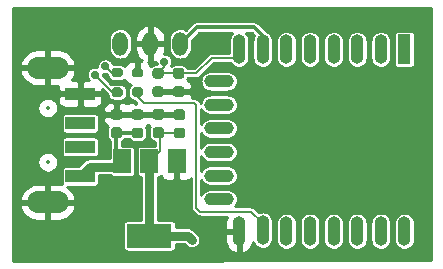
<source format=gbr>
%TF.GenerationSoftware,KiCad,Pcbnew,(5.1.10)-1*%
%TF.CreationDate,2021-10-24T22:50:07+08:00*%
%TF.ProjectId,ESP8266_Wakener,45535038-3236-4365-9f57-616b656e6572,rev?*%
%TF.SameCoordinates,Original*%
%TF.FileFunction,Copper,L1,Top*%
%TF.FilePolarity,Positive*%
%FSLAX46Y46*%
G04 Gerber Fmt 4.6, Leading zero omitted, Abs format (unit mm)*
G04 Created by KiCad (PCBNEW (5.1.10)-1) date 2021-10-24 22:50:07*
%MOMM*%
%LPD*%
G01*
G04 APERTURE LIST*
%TA.AperFunction,ComponentPad*%
%ADD10O,3.500000X1.900000*%
%TD*%
%TA.AperFunction,SMDPad,CuDef*%
%ADD11R,2.500000X1.100000*%
%TD*%
%TA.AperFunction,ComponentPad*%
%ADD12O,1.300000X2.000000*%
%TD*%
%TA.AperFunction,ComponentPad*%
%ADD13O,2.500000X1.100000*%
%TD*%
%TA.AperFunction,ComponentPad*%
%ADD14O,1.100000X2.500000*%
%TD*%
%TA.AperFunction,ComponentPad*%
%ADD15R,1.100000X2.500000*%
%TD*%
%TA.AperFunction,SMDPad,CuDef*%
%ADD16R,1.500000X2.000000*%
%TD*%
%TA.AperFunction,SMDPad,CuDef*%
%ADD17R,3.800000X2.000000*%
%TD*%
%TA.AperFunction,ViaPad*%
%ADD18C,0.700000*%
%TD*%
%TA.AperFunction,Conductor*%
%ADD19C,0.800000*%
%TD*%
%TA.AperFunction,Conductor*%
%ADD20C,0.350000*%
%TD*%
%TA.AperFunction,Conductor*%
%ADD21C,0.200000*%
%TD*%
%TA.AperFunction,Conductor*%
%ADD22C,0.254000*%
%TD*%
%ADD23C,0.350000*%
%ADD24O,2.500000X0.900000*%
G04 APERTURE END LIST*
D10*
%TO.P,J1,5*%
%TO.N,GND*%
X87900000Y-92800000D03*
X87900000Y-104200000D03*
D11*
%TO.P,J1,4*%
X90650000Y-95000000D03*
%TO.P,J1,1*%
%TO.N,VCC*%
X90650000Y-102000000D03*
%TO.P,J1,3*%
%TO.N,N/C*%
X90650000Y-97500000D03*
%TO.P,J1,2*%
X90650000Y-99500000D03*
%TD*%
%TO.P,R1,2*%
%TO.N,/3.3V*%
%TA.AperFunction,SMDPad,CuDef*%
G36*
G01*
X94057000Y-93624000D02*
X93507000Y-93624000D01*
G75*
G02*
X93307000Y-93424000I0J200000D01*
G01*
X93307000Y-93024000D01*
G75*
G02*
X93507000Y-92824000I200000J0D01*
G01*
X94057000Y-92824000D01*
G75*
G02*
X94257000Y-93024000I0J-200000D01*
G01*
X94257000Y-93424000D01*
G75*
G02*
X94057000Y-93624000I-200000J0D01*
G01*
G37*
%TD.AperFunction*%
%TO.P,R1,1*%
%TO.N,/PULL_UP*%
%TA.AperFunction,SMDPad,CuDef*%
G36*
G01*
X94057000Y-95274000D02*
X93507000Y-95274000D01*
G75*
G02*
X93307000Y-95074000I0J200000D01*
G01*
X93307000Y-94674000D01*
G75*
G02*
X93507000Y-94474000I200000J0D01*
G01*
X94057000Y-94474000D01*
G75*
G02*
X94257000Y-94674000I0J-200000D01*
G01*
X94257000Y-95074000D01*
G75*
G02*
X94057000Y-95274000I-200000J0D01*
G01*
G37*
%TD.AperFunction*%
%TD*%
%TO.P,R2,2*%
%TO.N,Net-(R2-Pad2)*%
%TA.AperFunction,SMDPad,CuDef*%
G36*
G01*
X95240333Y-94474000D02*
X95790333Y-94474000D01*
G75*
G02*
X95990333Y-94674000I0J-200000D01*
G01*
X95990333Y-95074000D01*
G75*
G02*
X95790333Y-95274000I-200000J0D01*
G01*
X95240333Y-95274000D01*
G75*
G02*
X95040333Y-95074000I0J200000D01*
G01*
X95040333Y-94674000D01*
G75*
G02*
X95240333Y-94474000I200000J0D01*
G01*
G37*
%TD.AperFunction*%
%TO.P,R2,1*%
%TO.N,GND*%
%TA.AperFunction,SMDPad,CuDef*%
G36*
G01*
X95240333Y-92824000D02*
X95790333Y-92824000D01*
G75*
G02*
X95990333Y-93024000I0J-200000D01*
G01*
X95990333Y-93424000D01*
G75*
G02*
X95790333Y-93624000I-200000J0D01*
G01*
X95240333Y-93624000D01*
G75*
G02*
X95040333Y-93424000I0J200000D01*
G01*
X95040333Y-93024000D01*
G75*
G02*
X95240333Y-92824000I200000J0D01*
G01*
G37*
%TD.AperFunction*%
%TD*%
D12*
%TO.P,S1,3*%
%TO.N,N/C*%
X94042000Y-90774000D03*
%TO.P,S1,2*%
%TO.N,GND*%
X96582000Y-90774000D03*
%TO.P,S1,1*%
%TO.N,/SW*%
X99122000Y-90774000D03*
%TD*%
%TO.P,C6,2*%
%TO.N,GND*%
%TA.AperFunction,SMDPad,CuDef*%
G36*
G01*
X96998666Y-94374000D02*
X97498666Y-94374000D01*
G75*
G02*
X97723666Y-94599000I0J-225000D01*
G01*
X97723666Y-95049000D01*
G75*
G02*
X97498666Y-95274000I-225000J0D01*
G01*
X96998666Y-95274000D01*
G75*
G02*
X96773666Y-95049000I0J225000D01*
G01*
X96773666Y-94599000D01*
G75*
G02*
X96998666Y-94374000I225000J0D01*
G01*
G37*
%TD.AperFunction*%
%TO.P,C6,1*%
%TO.N,/3.3V*%
%TA.AperFunction,SMDPad,CuDef*%
G36*
G01*
X96998666Y-92824000D02*
X97498666Y-92824000D01*
G75*
G02*
X97723666Y-93049000I0J-225000D01*
G01*
X97723666Y-93499000D01*
G75*
G02*
X97498666Y-93724000I-225000J0D01*
G01*
X96998666Y-93724000D01*
G75*
G02*
X96773666Y-93499000I0J225000D01*
G01*
X96773666Y-93049000D01*
G75*
G02*
X96998666Y-92824000I225000J0D01*
G01*
G37*
%TD.AperFunction*%
%TD*%
%TO.P,C4,2*%
%TO.N,GND*%
%TA.AperFunction,SMDPad,CuDef*%
G36*
G01*
X98732000Y-94374000D02*
X99232000Y-94374000D01*
G75*
G02*
X99457000Y-94599000I0J-225000D01*
G01*
X99457000Y-95049000D01*
G75*
G02*
X99232000Y-95274000I-225000J0D01*
G01*
X98732000Y-95274000D01*
G75*
G02*
X98507000Y-95049000I0J225000D01*
G01*
X98507000Y-94599000D01*
G75*
G02*
X98732000Y-94374000I225000J0D01*
G01*
G37*
%TD.AperFunction*%
%TO.P,C4,1*%
%TO.N,/3.3V*%
%TA.AperFunction,SMDPad,CuDef*%
G36*
G01*
X98732000Y-92824000D02*
X99232000Y-92824000D01*
G75*
G02*
X99457000Y-93049000I0J-225000D01*
G01*
X99457000Y-93499000D01*
G75*
G02*
X99232000Y-93724000I-225000J0D01*
G01*
X98732000Y-93724000D01*
G75*
G02*
X98507000Y-93499000I0J225000D01*
G01*
X98507000Y-93049000D01*
G75*
G02*
X98732000Y-92824000I225000J0D01*
G01*
G37*
%TD.AperFunction*%
%TD*%
D13*
%TO.P,U2,22*%
%TO.N,N/C*%
X102410000Y-103938000D03*
%TO.P,U2,21*%
X102410000Y-101938000D03*
%TO.P,U2,20*%
X102410000Y-99938000D03*
%TO.P,U2,19*%
X102410000Y-97938000D03*
%TO.P,U2,18*%
X102410000Y-95938000D03*
%TO.P,U2,17*%
X102410000Y-93938000D03*
D14*
%TO.P,U2,16*%
X118110000Y-106648000D03*
%TO.P,U2,15*%
X116110000Y-106648000D03*
%TO.P,U2,14*%
X114110000Y-106648000D03*
%TO.P,U2,13*%
X112110000Y-106648000D03*
%TO.P,U2,12*%
%TO.N,/PULL_UP*%
X110110000Y-106648000D03*
%TO.P,U2,11*%
%TO.N,N/C*%
X108110000Y-106648000D03*
%TO.P,U2,10*%
%TO.N,Net-(R2-Pad2)*%
X106110000Y-106548000D03*
%TO.P,U2,9*%
%TO.N,GND*%
X104110000Y-106648000D03*
%TO.P,U2,8*%
%TO.N,/3.3V*%
X104110000Y-91248000D03*
%TO.P,U2,7*%
%TO.N,/SW*%
X106110000Y-91248000D03*
%TO.P,U2,6*%
%TO.N,N/C*%
X108110000Y-91248000D03*
%TO.P,U2,5*%
X110110000Y-91248000D03*
%TO.P,U2,4*%
X112110000Y-91248000D03*
%TO.P,U2,3*%
%TO.N,/PULL_UP*%
X114110000Y-91248000D03*
%TO.P,U2,2*%
%TO.N,N/C*%
X116110000Y-91248000D03*
D15*
%TO.P,U2,1*%
%TO.N,/PULL_UP*%
X118110000Y-91248000D03*
%TD*%
D16*
%TO.P,U1,1*%
%TO.N,GND*%
X98820000Y-100736000D03*
%TO.P,U1,3*%
%TO.N,VCC*%
X94220000Y-100736000D03*
%TO.P,U1,2*%
%TO.N,/3.3V*%
X96520000Y-100736000D03*
D17*
X96520000Y-107036000D03*
%TD*%
%TO.P,C5,2*%
%TO.N,GND*%
%TA.AperFunction,SMDPad,CuDef*%
G36*
G01*
X99310000Y-97222999D02*
X98810000Y-97222999D01*
G75*
G02*
X98585000Y-96997999I0J225000D01*
G01*
X98585000Y-96547999D01*
G75*
G02*
X98810000Y-96322999I225000J0D01*
G01*
X99310000Y-96322999D01*
G75*
G02*
X99535000Y-96547999I0J-225000D01*
G01*
X99535000Y-96997999D01*
G75*
G02*
X99310000Y-97222999I-225000J0D01*
G01*
G37*
%TD.AperFunction*%
%TO.P,C5,1*%
%TO.N,/3.3V*%
%TA.AperFunction,SMDPad,CuDef*%
G36*
G01*
X99310000Y-98772999D02*
X98810000Y-98772999D01*
G75*
G02*
X98585000Y-98547999I0J225000D01*
G01*
X98585000Y-98097999D01*
G75*
G02*
X98810000Y-97872999I225000J0D01*
G01*
X99310000Y-97872999D01*
G75*
G02*
X99535000Y-98097999I0J-225000D01*
G01*
X99535000Y-98547999D01*
G75*
G02*
X99310000Y-98772999I-225000J0D01*
G01*
G37*
%TD.AperFunction*%
%TD*%
%TO.P,C3,2*%
%TO.N,GND*%
%TA.AperFunction,SMDPad,CuDef*%
G36*
G01*
X97532000Y-97198000D02*
X97032000Y-97198000D01*
G75*
G02*
X96807000Y-96973000I0J225000D01*
G01*
X96807000Y-96523000D01*
G75*
G02*
X97032000Y-96298000I225000J0D01*
G01*
X97532000Y-96298000D01*
G75*
G02*
X97757000Y-96523000I0J-225000D01*
G01*
X97757000Y-96973000D01*
G75*
G02*
X97532000Y-97198000I-225000J0D01*
G01*
G37*
%TD.AperFunction*%
%TO.P,C3,1*%
%TO.N,/3.3V*%
%TA.AperFunction,SMDPad,CuDef*%
G36*
G01*
X97532000Y-98748000D02*
X97032000Y-98748000D01*
G75*
G02*
X96807000Y-98523000I0J225000D01*
G01*
X96807000Y-98073000D01*
G75*
G02*
X97032000Y-97848000I225000J0D01*
G01*
X97532000Y-97848000D01*
G75*
G02*
X97757000Y-98073000I0J-225000D01*
G01*
X97757000Y-98523000D01*
G75*
G02*
X97532000Y-98748000I-225000J0D01*
G01*
G37*
%TD.AperFunction*%
%TD*%
%TO.P,C2,2*%
%TO.N,GND*%
%TA.AperFunction,SMDPad,CuDef*%
G36*
G01*
X95754000Y-97214666D02*
X95254000Y-97214666D01*
G75*
G02*
X95029000Y-96989666I0J225000D01*
G01*
X95029000Y-96539666D01*
G75*
G02*
X95254000Y-96314666I225000J0D01*
G01*
X95754000Y-96314666D01*
G75*
G02*
X95979000Y-96539666I0J-225000D01*
G01*
X95979000Y-96989666D01*
G75*
G02*
X95754000Y-97214666I-225000J0D01*
G01*
G37*
%TD.AperFunction*%
%TO.P,C2,1*%
%TO.N,VCC*%
%TA.AperFunction,SMDPad,CuDef*%
G36*
G01*
X95754000Y-98764666D02*
X95254000Y-98764666D01*
G75*
G02*
X95029000Y-98539666I0J225000D01*
G01*
X95029000Y-98089666D01*
G75*
G02*
X95254000Y-97864666I225000J0D01*
G01*
X95754000Y-97864666D01*
G75*
G02*
X95979000Y-98089666I0J-225000D01*
G01*
X95979000Y-98539666D01*
G75*
G02*
X95754000Y-98764666I-225000J0D01*
G01*
G37*
%TD.AperFunction*%
%TD*%
%TO.P,C1,2*%
%TO.N,GND*%
%TA.AperFunction,SMDPad,CuDef*%
G36*
G01*
X93976000Y-97206333D02*
X93476000Y-97206333D01*
G75*
G02*
X93251000Y-96981333I0J225000D01*
G01*
X93251000Y-96531333D01*
G75*
G02*
X93476000Y-96306333I225000J0D01*
G01*
X93976000Y-96306333D01*
G75*
G02*
X94201000Y-96531333I0J-225000D01*
G01*
X94201000Y-96981333D01*
G75*
G02*
X93976000Y-97206333I-225000J0D01*
G01*
G37*
%TD.AperFunction*%
%TO.P,C1,1*%
%TO.N,VCC*%
%TA.AperFunction,SMDPad,CuDef*%
G36*
G01*
X93976000Y-98756333D02*
X93476000Y-98756333D01*
G75*
G02*
X93251000Y-98531333I0J225000D01*
G01*
X93251000Y-98081333D01*
G75*
G02*
X93476000Y-97856333I225000J0D01*
G01*
X93976000Y-97856333D01*
G75*
G02*
X94201000Y-98081333I0J-225000D01*
G01*
X94201000Y-98531333D01*
G75*
G02*
X93976000Y-98756333I-225000J0D01*
G01*
G37*
%TD.AperFunction*%
%TD*%
D18*
%TO.N,/PULL_UP*%
X91882000Y-93374000D03*
%TO.N,/3.3V*%
X92782000Y-92674000D03*
X97782000Y-92274000D03*
X100082000Y-107374000D03*
%TD*%
D19*
%TO.N,VCC*%
X90650000Y-102000000D02*
X91476000Y-101174000D01*
X93782000Y-101174000D02*
X94220000Y-100736000D01*
X91476000Y-101174000D02*
X93782000Y-101174000D01*
D20*
X94220000Y-100736000D02*
X93682000Y-100198000D01*
X93682000Y-98350333D02*
X93726000Y-98306333D01*
X93682000Y-100198000D02*
X93682000Y-98350333D01*
X95495667Y-98306333D02*
X95504000Y-98314666D01*
X93726000Y-98306333D02*
X95495667Y-98306333D01*
%TO.N,/SW*%
X99122000Y-90774000D02*
X100522000Y-89374000D01*
X100522000Y-89374000D02*
X105382000Y-89374000D01*
X106110000Y-90102000D02*
X106110000Y-91948000D01*
X105382000Y-89374000D02*
X106110000Y-90102000D01*
D21*
%TO.N,/PULL_UP*%
X93782000Y-94874000D02*
X93382000Y-94874000D01*
X93382000Y-94874000D02*
X91882000Y-93374000D01*
%TO.N,Net-(R2-Pad2)*%
X100782000Y-104974000D02*
X105136000Y-104974000D01*
X100482000Y-104674000D02*
X100782000Y-104974000D01*
X100482000Y-95974000D02*
X100482000Y-104674000D01*
X100282000Y-95774000D02*
X100482000Y-95974000D01*
X105136000Y-104974000D02*
X106110000Y-105948000D01*
X96015333Y-95774000D02*
X100282000Y-95774000D01*
X95515333Y-95274000D02*
X96015333Y-95774000D01*
X95515333Y-94874000D02*
X95515333Y-95274000D01*
%TO.N,/3.3V*%
X97248666Y-93274000D02*
X98982000Y-93274000D01*
X96520000Y-100736000D02*
X97382000Y-99874000D01*
X97382000Y-98398000D02*
X97282000Y-98298000D01*
X97382000Y-99874000D02*
X97382000Y-98398000D01*
X99035001Y-98298000D02*
X99060000Y-98322999D01*
X97282000Y-98298000D02*
X99035001Y-98298000D01*
X104110000Y-91948000D02*
X101808000Y-91948000D01*
X100482000Y-93274000D02*
X98982000Y-93274000D01*
X101808000Y-91948000D02*
X100482000Y-93274000D01*
X93332000Y-93224000D02*
X92782000Y-92674000D01*
X93782000Y-93224000D02*
X93332000Y-93224000D01*
X97782000Y-92740666D02*
X97248666Y-93274000D01*
X97782000Y-92274000D02*
X97782000Y-92740666D01*
D19*
X96520000Y-100736000D02*
X96520000Y-107036000D01*
X99744000Y-107036000D02*
X100082000Y-107374000D01*
X96520000Y-107036000D02*
X99744000Y-107036000D01*
%TD*%
D22*
%TO.N,GND*%
X120355000Y-109120309D02*
X84934000Y-109121984D01*
X84934000Y-104572588D01*
X85559414Y-104572588D01*
X85587051Y-104689221D01*
X85711564Y-104974983D01*
X85889434Y-105230962D01*
X86113825Y-105447322D01*
X86376114Y-105615748D01*
X86666222Y-105729768D01*
X86973000Y-105785000D01*
X87773000Y-105785000D01*
X87773000Y-104327000D01*
X88027000Y-104327000D01*
X88027000Y-105785000D01*
X88827000Y-105785000D01*
X89133778Y-105729768D01*
X89423886Y-105615748D01*
X89686175Y-105447322D01*
X89910566Y-105230962D01*
X90088436Y-104974983D01*
X90212949Y-104689221D01*
X90240586Y-104572588D01*
X90120584Y-104327000D01*
X88027000Y-104327000D01*
X87773000Y-104327000D01*
X85679416Y-104327000D01*
X85559414Y-104572588D01*
X84934000Y-104572588D01*
X84934000Y-103827412D01*
X85559414Y-103827412D01*
X85679416Y-104073000D01*
X87773000Y-104073000D01*
X87773000Y-102615000D01*
X88027000Y-102615000D01*
X88027000Y-104073000D01*
X90120584Y-104073000D01*
X90240586Y-103827412D01*
X90212949Y-103710779D01*
X90088436Y-103425017D01*
X89910566Y-103169038D01*
X89686175Y-102952678D01*
X89570786Y-102878582D01*
X91900000Y-102878582D01*
X91964103Y-102872268D01*
X92025743Y-102853570D01*
X92082550Y-102823206D01*
X92132343Y-102782343D01*
X92173206Y-102732550D01*
X92203570Y-102675743D01*
X92222268Y-102614103D01*
X92228582Y-102550000D01*
X92228582Y-101901000D01*
X93187413Y-101901000D01*
X93196794Y-101918550D01*
X93237657Y-101968343D01*
X93287450Y-102009206D01*
X93344257Y-102039570D01*
X93405897Y-102058268D01*
X93470000Y-102064582D01*
X94970000Y-102064582D01*
X95034103Y-102058268D01*
X95095743Y-102039570D01*
X95152550Y-102009206D01*
X95202343Y-101968343D01*
X95243206Y-101918550D01*
X95273570Y-101861743D01*
X95292268Y-101800103D01*
X95298582Y-101736000D01*
X95298582Y-99736000D01*
X95292268Y-99671897D01*
X95273570Y-99610257D01*
X95243206Y-99553450D01*
X95202343Y-99503657D01*
X95152550Y-99462794D01*
X95095743Y-99432430D01*
X95034103Y-99413732D01*
X94970000Y-99407418D01*
X94184000Y-99407418D01*
X94184000Y-99043943D01*
X94187847Y-99042776D01*
X94283554Y-98991620D01*
X94367442Y-98922775D01*
X94436287Y-98838887D01*
X94452618Y-98808333D01*
X94772928Y-98808333D01*
X94793713Y-98847220D01*
X94862558Y-98931108D01*
X94946446Y-98999953D01*
X95042153Y-99051109D01*
X95146002Y-99082611D01*
X95254000Y-99093248D01*
X95754000Y-99093248D01*
X95861998Y-99082611D01*
X95965847Y-99051109D01*
X96061554Y-98999953D01*
X96145442Y-98931108D01*
X96214287Y-98847220D01*
X96265443Y-98751513D01*
X96296945Y-98647664D01*
X96307582Y-98539666D01*
X96307582Y-98089666D01*
X96296945Y-97981668D01*
X96265443Y-97877819D01*
X96225433Y-97802964D01*
X96333494Y-97745203D01*
X96403154Y-97688035D01*
X96452506Y-97728537D01*
X96560567Y-97786298D01*
X96520557Y-97861153D01*
X96489055Y-97965002D01*
X96478418Y-98073000D01*
X96478418Y-98523000D01*
X96489055Y-98630998D01*
X96520557Y-98734847D01*
X96571713Y-98830554D01*
X96640558Y-98914442D01*
X96724446Y-98983287D01*
X96820153Y-99034443D01*
X96924002Y-99065945D01*
X96955001Y-99068998D01*
X96955000Y-99407418D01*
X95770000Y-99407418D01*
X95705897Y-99413732D01*
X95644257Y-99432430D01*
X95587450Y-99462794D01*
X95537657Y-99503657D01*
X95496794Y-99553450D01*
X95466430Y-99610257D01*
X95447732Y-99671897D01*
X95441418Y-99736000D01*
X95441418Y-101736000D01*
X95447732Y-101800103D01*
X95466430Y-101861743D01*
X95496794Y-101918550D01*
X95537657Y-101968343D01*
X95587450Y-102009206D01*
X95644257Y-102039570D01*
X95705897Y-102058268D01*
X95770000Y-102064582D01*
X95793000Y-102064582D01*
X95793001Y-105707418D01*
X94620000Y-105707418D01*
X94555897Y-105713732D01*
X94494257Y-105732430D01*
X94437450Y-105762794D01*
X94387657Y-105803657D01*
X94346794Y-105853450D01*
X94316430Y-105910257D01*
X94297732Y-105971897D01*
X94291418Y-106036000D01*
X94291418Y-108036000D01*
X94297732Y-108100103D01*
X94316430Y-108161743D01*
X94346794Y-108218550D01*
X94387657Y-108268343D01*
X94437450Y-108309206D01*
X94494257Y-108339570D01*
X94555897Y-108358268D01*
X94620000Y-108364582D01*
X98420000Y-108364582D01*
X98484103Y-108358268D01*
X98545743Y-108339570D01*
X98602550Y-108309206D01*
X98652343Y-108268343D01*
X98693206Y-108218550D01*
X98723570Y-108161743D01*
X98742268Y-108100103D01*
X98748582Y-108036000D01*
X98748582Y-107763000D01*
X99442868Y-107763000D01*
X99593183Y-107913315D01*
X99676147Y-107981402D01*
X99802443Y-108048909D01*
X99939482Y-108090480D01*
X100081999Y-108104517D01*
X100224517Y-108090480D01*
X100361556Y-108048909D01*
X100487852Y-107981402D01*
X100598553Y-107890553D01*
X100689402Y-107779852D01*
X100756909Y-107653556D01*
X100798480Y-107516517D01*
X100812517Y-107373999D01*
X100798480Y-107231482D01*
X100756909Y-107094443D01*
X100689402Y-106968147D01*
X100621315Y-106885183D01*
X100511132Y-106775000D01*
X102925000Y-106775000D01*
X102925000Y-107475000D01*
X102972546Y-107703742D01*
X103063804Y-107918813D01*
X103195266Y-108111948D01*
X103361881Y-108275725D01*
X103557246Y-108403850D01*
X103773853Y-108491399D01*
X103800256Y-108491803D01*
X103983000Y-108366361D01*
X103983000Y-106775000D01*
X102925000Y-106775000D01*
X100511132Y-106775000D01*
X100283326Y-106547194D01*
X100260554Y-106519446D01*
X100149853Y-106428597D01*
X100023557Y-106361090D01*
X99886517Y-106319520D01*
X99779708Y-106309000D01*
X99744000Y-106305483D01*
X99708292Y-106309000D01*
X98748582Y-106309000D01*
X98748582Y-106036000D01*
X98742268Y-105971897D01*
X98723570Y-105910257D01*
X98693206Y-105853450D01*
X98652343Y-105803657D01*
X98602550Y-105762794D01*
X98545743Y-105732430D01*
X98484103Y-105713732D01*
X98420000Y-105707418D01*
X97247000Y-105707418D01*
X97247000Y-102064582D01*
X97270000Y-102064582D01*
X97334103Y-102058268D01*
X97395743Y-102039570D01*
X97452550Y-102009206D01*
X97482761Y-101984413D01*
X97539463Y-102090494D01*
X97618815Y-102187185D01*
X97715506Y-102266537D01*
X97825820Y-102325502D01*
X97945518Y-102361812D01*
X98070000Y-102374072D01*
X98534250Y-102371000D01*
X98693000Y-102212250D01*
X98693000Y-100863000D01*
X98673000Y-100863000D01*
X98673000Y-100609000D01*
X98693000Y-100609000D01*
X98693000Y-100589000D01*
X98947000Y-100589000D01*
X98947000Y-100609000D01*
X98967000Y-100609000D01*
X98967000Y-100863000D01*
X98947000Y-100863000D01*
X98947000Y-102212250D01*
X99105750Y-102371000D01*
X99570000Y-102374072D01*
X99694482Y-102361812D01*
X99814180Y-102325502D01*
X99924494Y-102266537D01*
X100021185Y-102187185D01*
X100055001Y-102145980D01*
X100055001Y-104653023D01*
X100052935Y-104674000D01*
X100061179Y-104757706D01*
X100085596Y-104838196D01*
X100125245Y-104912376D01*
X100165232Y-104961100D01*
X100165237Y-104961105D01*
X100178606Y-104977395D01*
X100194895Y-104990763D01*
X100465236Y-105261105D01*
X100478605Y-105277395D01*
X100494895Y-105290764D01*
X100494899Y-105290768D01*
X100543623Y-105330755D01*
X100583273Y-105351948D01*
X100617804Y-105370405D01*
X100698293Y-105394822D01*
X100761022Y-105401000D01*
X100761032Y-105401000D01*
X100781999Y-105403065D01*
X100802966Y-105401000D01*
X103053700Y-105401000D01*
X102972546Y-105592258D01*
X102925000Y-105821000D01*
X102925000Y-106521000D01*
X103983000Y-106521000D01*
X103983000Y-106501000D01*
X104237000Y-106501000D01*
X104237000Y-106521000D01*
X104257000Y-106521000D01*
X104257000Y-106775000D01*
X104237000Y-106775000D01*
X104237000Y-108366361D01*
X104419744Y-108491803D01*
X104446147Y-108491399D01*
X104662754Y-108403850D01*
X104858119Y-108275725D01*
X105024734Y-108111948D01*
X105156196Y-107918813D01*
X105247454Y-107703742D01*
X105281744Y-107538774D01*
X105295838Y-107585236D01*
X105377273Y-107737591D01*
X105486867Y-107871133D01*
X105620408Y-107980727D01*
X105772763Y-108062162D01*
X105938078Y-108112310D01*
X106110000Y-108129243D01*
X106281921Y-108112310D01*
X106447236Y-108062162D01*
X106599591Y-107980727D01*
X106733133Y-107871133D01*
X106842727Y-107737592D01*
X106924162Y-107585237D01*
X106974310Y-107419922D01*
X106977150Y-107391078D01*
X107233000Y-107391078D01*
X107245690Y-107519921D01*
X107295838Y-107685236D01*
X107377273Y-107837591D01*
X107486867Y-107971133D01*
X107620408Y-108080727D01*
X107772763Y-108162162D01*
X107938078Y-108212310D01*
X108110000Y-108229243D01*
X108281921Y-108212310D01*
X108447236Y-108162162D01*
X108599591Y-108080727D01*
X108733133Y-107971133D01*
X108842727Y-107837592D01*
X108924162Y-107685237D01*
X108974310Y-107519922D01*
X108987000Y-107391079D01*
X108987000Y-107391078D01*
X109233000Y-107391078D01*
X109245690Y-107519921D01*
X109295838Y-107685236D01*
X109377273Y-107837591D01*
X109486867Y-107971133D01*
X109620408Y-108080727D01*
X109772763Y-108162162D01*
X109938078Y-108212310D01*
X110110000Y-108229243D01*
X110281921Y-108212310D01*
X110447236Y-108162162D01*
X110599591Y-108080727D01*
X110733133Y-107971133D01*
X110842727Y-107837592D01*
X110924162Y-107685237D01*
X110974310Y-107519922D01*
X110987000Y-107391079D01*
X110987000Y-107391078D01*
X111233000Y-107391078D01*
X111245690Y-107519921D01*
X111295838Y-107685236D01*
X111377273Y-107837591D01*
X111486867Y-107971133D01*
X111620408Y-108080727D01*
X111772763Y-108162162D01*
X111938078Y-108212310D01*
X112110000Y-108229243D01*
X112281921Y-108212310D01*
X112447236Y-108162162D01*
X112599591Y-108080727D01*
X112733133Y-107971133D01*
X112842727Y-107837592D01*
X112924162Y-107685237D01*
X112974310Y-107519922D01*
X112987000Y-107391079D01*
X112987000Y-107391078D01*
X113233000Y-107391078D01*
X113245690Y-107519921D01*
X113295838Y-107685236D01*
X113377273Y-107837591D01*
X113486867Y-107971133D01*
X113620408Y-108080727D01*
X113772763Y-108162162D01*
X113938078Y-108212310D01*
X114110000Y-108229243D01*
X114281921Y-108212310D01*
X114447236Y-108162162D01*
X114599591Y-108080727D01*
X114733133Y-107971133D01*
X114842727Y-107837592D01*
X114924162Y-107685237D01*
X114974310Y-107519922D01*
X114987000Y-107391079D01*
X114987000Y-107391078D01*
X115233000Y-107391078D01*
X115245690Y-107519921D01*
X115295838Y-107685236D01*
X115377273Y-107837591D01*
X115486867Y-107971133D01*
X115620408Y-108080727D01*
X115772763Y-108162162D01*
X115938078Y-108212310D01*
X116110000Y-108229243D01*
X116281921Y-108212310D01*
X116447236Y-108162162D01*
X116599591Y-108080727D01*
X116733133Y-107971133D01*
X116842727Y-107837592D01*
X116924162Y-107685237D01*
X116974310Y-107519922D01*
X116987000Y-107391079D01*
X116987000Y-107391078D01*
X117233000Y-107391078D01*
X117245690Y-107519921D01*
X117295838Y-107685236D01*
X117377273Y-107837591D01*
X117486867Y-107971133D01*
X117620408Y-108080727D01*
X117772763Y-108162162D01*
X117938078Y-108212310D01*
X118110000Y-108229243D01*
X118281921Y-108212310D01*
X118447236Y-108162162D01*
X118599591Y-108080727D01*
X118733133Y-107971133D01*
X118842727Y-107837592D01*
X118924162Y-107685237D01*
X118974310Y-107519922D01*
X118987000Y-107391079D01*
X118987000Y-105904921D01*
X118974310Y-105776078D01*
X118924162Y-105610763D01*
X118842727Y-105458408D01*
X118733133Y-105324867D01*
X118599592Y-105215273D01*
X118447237Y-105133838D01*
X118281922Y-105083690D01*
X118110000Y-105066757D01*
X117938079Y-105083690D01*
X117772764Y-105133838D01*
X117620409Y-105215273D01*
X117486868Y-105324867D01*
X117377274Y-105458408D01*
X117295839Y-105610763D01*
X117245691Y-105776078D01*
X117233001Y-105904921D01*
X117233000Y-107391078D01*
X116987000Y-107391078D01*
X116987000Y-105904921D01*
X116974310Y-105776078D01*
X116924162Y-105610763D01*
X116842727Y-105458408D01*
X116733133Y-105324867D01*
X116599592Y-105215273D01*
X116447237Y-105133838D01*
X116281922Y-105083690D01*
X116110000Y-105066757D01*
X115938079Y-105083690D01*
X115772764Y-105133838D01*
X115620409Y-105215273D01*
X115486868Y-105324867D01*
X115377274Y-105458408D01*
X115295839Y-105610763D01*
X115245691Y-105776078D01*
X115233001Y-105904921D01*
X115233000Y-107391078D01*
X114987000Y-107391078D01*
X114987000Y-105904921D01*
X114974310Y-105776078D01*
X114924162Y-105610763D01*
X114842727Y-105458408D01*
X114733133Y-105324867D01*
X114599592Y-105215273D01*
X114447237Y-105133838D01*
X114281922Y-105083690D01*
X114110000Y-105066757D01*
X113938079Y-105083690D01*
X113772764Y-105133838D01*
X113620409Y-105215273D01*
X113486868Y-105324867D01*
X113377274Y-105458408D01*
X113295839Y-105610763D01*
X113245691Y-105776078D01*
X113233001Y-105904921D01*
X113233000Y-107391078D01*
X112987000Y-107391078D01*
X112987000Y-105904921D01*
X112974310Y-105776078D01*
X112924162Y-105610763D01*
X112842727Y-105458408D01*
X112733133Y-105324867D01*
X112599592Y-105215273D01*
X112447237Y-105133838D01*
X112281922Y-105083690D01*
X112110000Y-105066757D01*
X111938079Y-105083690D01*
X111772764Y-105133838D01*
X111620409Y-105215273D01*
X111486868Y-105324867D01*
X111377274Y-105458408D01*
X111295839Y-105610763D01*
X111245691Y-105776078D01*
X111233001Y-105904921D01*
X111233000Y-107391078D01*
X110987000Y-107391078D01*
X110987000Y-105904921D01*
X110974310Y-105776078D01*
X110924162Y-105610763D01*
X110842727Y-105458408D01*
X110733133Y-105324867D01*
X110599592Y-105215273D01*
X110447237Y-105133838D01*
X110281922Y-105083690D01*
X110110000Y-105066757D01*
X109938079Y-105083690D01*
X109772764Y-105133838D01*
X109620409Y-105215273D01*
X109486868Y-105324867D01*
X109377274Y-105458408D01*
X109295839Y-105610763D01*
X109245691Y-105776078D01*
X109233001Y-105904921D01*
X109233000Y-107391078D01*
X108987000Y-107391078D01*
X108987000Y-105904921D01*
X108974310Y-105776078D01*
X108924162Y-105610763D01*
X108842727Y-105458408D01*
X108733133Y-105324867D01*
X108599592Y-105215273D01*
X108447237Y-105133838D01*
X108281922Y-105083690D01*
X108110000Y-105066757D01*
X107938079Y-105083690D01*
X107772764Y-105133838D01*
X107620409Y-105215273D01*
X107486868Y-105324867D01*
X107377274Y-105458408D01*
X107295839Y-105610763D01*
X107245691Y-105776078D01*
X107233001Y-105904921D01*
X107233000Y-107391078D01*
X106977150Y-107391078D01*
X106987000Y-107291079D01*
X106987000Y-105804921D01*
X106974310Y-105676078D01*
X106924162Y-105510763D01*
X106842727Y-105358408D01*
X106733133Y-105224867D01*
X106599592Y-105115273D01*
X106447237Y-105033838D01*
X106281922Y-104983690D01*
X106110000Y-104966757D01*
X105938079Y-104983690D01*
X105793436Y-105027567D01*
X105452767Y-104686899D01*
X105439395Y-104670605D01*
X105374376Y-104617245D01*
X105300196Y-104577595D01*
X105219707Y-104553178D01*
X105156978Y-104547000D01*
X105156967Y-104547000D01*
X105136000Y-104544935D01*
X105115033Y-104547000D01*
X103744732Y-104547000D01*
X103842727Y-104427592D01*
X103924162Y-104275237D01*
X103974310Y-104109922D01*
X103991243Y-103938000D01*
X103974310Y-103766078D01*
X103924162Y-103600763D01*
X103842727Y-103448408D01*
X103733133Y-103314867D01*
X103599592Y-103205273D01*
X103447237Y-103123838D01*
X103281922Y-103073690D01*
X103153079Y-103061000D01*
X101666921Y-103061000D01*
X101538078Y-103073690D01*
X101372763Y-103123838D01*
X101220408Y-103205273D01*
X101086867Y-103314867D01*
X100977273Y-103448408D01*
X100909000Y-103576138D01*
X100909000Y-102299862D01*
X100977273Y-102427592D01*
X101086867Y-102561133D01*
X101220408Y-102670727D01*
X101372763Y-102752162D01*
X101538078Y-102802310D01*
X101666921Y-102815000D01*
X103153079Y-102815000D01*
X103281922Y-102802310D01*
X103447237Y-102752162D01*
X103599592Y-102670727D01*
X103733133Y-102561133D01*
X103842727Y-102427592D01*
X103924162Y-102275237D01*
X103974310Y-102109922D01*
X103991243Y-101938000D01*
X103974310Y-101766078D01*
X103924162Y-101600763D01*
X103842727Y-101448408D01*
X103733133Y-101314867D01*
X103599592Y-101205273D01*
X103447237Y-101123838D01*
X103281922Y-101073690D01*
X103153079Y-101061000D01*
X101666921Y-101061000D01*
X101538078Y-101073690D01*
X101372763Y-101123838D01*
X101220408Y-101205273D01*
X101086867Y-101314867D01*
X100977273Y-101448408D01*
X100909000Y-101576138D01*
X100909000Y-100299862D01*
X100977273Y-100427592D01*
X101086867Y-100561133D01*
X101220408Y-100670727D01*
X101372763Y-100752162D01*
X101538078Y-100802310D01*
X101666921Y-100815000D01*
X103153079Y-100815000D01*
X103281922Y-100802310D01*
X103447237Y-100752162D01*
X103599592Y-100670727D01*
X103733133Y-100561133D01*
X103842727Y-100427592D01*
X103924162Y-100275237D01*
X103974310Y-100109922D01*
X103991243Y-99938000D01*
X103974310Y-99766078D01*
X103924162Y-99600763D01*
X103842727Y-99448408D01*
X103733133Y-99314867D01*
X103599592Y-99205273D01*
X103447237Y-99123838D01*
X103281922Y-99073690D01*
X103153079Y-99061000D01*
X101666921Y-99061000D01*
X101538078Y-99073690D01*
X101372763Y-99123838D01*
X101220408Y-99205273D01*
X101086867Y-99314867D01*
X100977273Y-99448408D01*
X100909000Y-99576138D01*
X100909000Y-98299862D01*
X100977273Y-98427592D01*
X101086867Y-98561133D01*
X101220408Y-98670727D01*
X101372763Y-98752162D01*
X101538078Y-98802310D01*
X101666921Y-98815000D01*
X103153079Y-98815000D01*
X103281922Y-98802310D01*
X103447237Y-98752162D01*
X103599592Y-98670727D01*
X103733133Y-98561133D01*
X103842727Y-98427592D01*
X103924162Y-98275237D01*
X103974310Y-98109922D01*
X103991243Y-97938000D01*
X103974310Y-97766078D01*
X103924162Y-97600763D01*
X103842727Y-97448408D01*
X103733133Y-97314867D01*
X103599592Y-97205273D01*
X103447237Y-97123838D01*
X103281922Y-97073690D01*
X103153079Y-97061000D01*
X101666921Y-97061000D01*
X101538078Y-97073690D01*
X101372763Y-97123838D01*
X101220408Y-97205273D01*
X101086867Y-97314867D01*
X100977273Y-97448408D01*
X100909000Y-97576138D01*
X100909000Y-96299862D01*
X100977273Y-96427592D01*
X101086867Y-96561133D01*
X101220408Y-96670727D01*
X101372763Y-96752162D01*
X101538078Y-96802310D01*
X101666921Y-96815000D01*
X103153079Y-96815000D01*
X103281922Y-96802310D01*
X103447237Y-96752162D01*
X103599592Y-96670727D01*
X103733133Y-96561133D01*
X103842727Y-96427592D01*
X103924162Y-96275237D01*
X103974310Y-96109922D01*
X103991243Y-95938000D01*
X103974310Y-95766078D01*
X103924162Y-95600763D01*
X103842727Y-95448408D01*
X103733133Y-95314867D01*
X103599592Y-95205273D01*
X103447237Y-95123838D01*
X103281922Y-95073690D01*
X103153079Y-95061000D01*
X101666921Y-95061000D01*
X101538078Y-95073690D01*
X101372763Y-95123838D01*
X101220408Y-95205273D01*
X101086867Y-95314867D01*
X100977273Y-95448408D01*
X100895838Y-95600763D01*
X100849073Y-95754926D01*
X100838756Y-95735624D01*
X100798768Y-95686900D01*
X100785395Y-95670605D01*
X100769101Y-95657233D01*
X100598767Y-95486899D01*
X100585395Y-95470605D01*
X100520376Y-95417245D01*
X100446196Y-95377595D01*
X100365707Y-95353178D01*
X100302978Y-95347000D01*
X100302967Y-95347000D01*
X100282000Y-95344935D01*
X100261033Y-95347000D01*
X100087882Y-95347000D01*
X100095072Y-95274000D01*
X100092000Y-95109750D01*
X99933250Y-94951000D01*
X99109000Y-94951000D01*
X99109000Y-94971000D01*
X98855000Y-94971000D01*
X98855000Y-94951000D01*
X97375666Y-94951000D01*
X97375666Y-94971000D01*
X97121666Y-94971000D01*
X97121666Y-94951000D01*
X97101666Y-94951000D01*
X97101666Y-94697000D01*
X97121666Y-94697000D01*
X97121666Y-94677000D01*
X97375666Y-94677000D01*
X97375666Y-94697000D01*
X98855000Y-94697000D01*
X98855000Y-94677000D01*
X99109000Y-94677000D01*
X99109000Y-94697000D01*
X99933250Y-94697000D01*
X100092000Y-94538250D01*
X100095072Y-94374000D01*
X100082812Y-94249518D01*
X100046502Y-94129820D01*
X99987537Y-94019506D01*
X99920647Y-93938000D01*
X100828757Y-93938000D01*
X100845690Y-94109922D01*
X100895838Y-94275237D01*
X100977273Y-94427592D01*
X101086867Y-94561133D01*
X101220408Y-94670727D01*
X101372763Y-94752162D01*
X101538078Y-94802310D01*
X101666921Y-94815000D01*
X103153079Y-94815000D01*
X103281922Y-94802310D01*
X103447237Y-94752162D01*
X103599592Y-94670727D01*
X103733133Y-94561133D01*
X103842727Y-94427592D01*
X103924162Y-94275237D01*
X103974310Y-94109922D01*
X103991243Y-93938000D01*
X103974310Y-93766078D01*
X103924162Y-93600763D01*
X103842727Y-93448408D01*
X103733133Y-93314867D01*
X103599592Y-93205273D01*
X103447237Y-93123838D01*
X103281922Y-93073690D01*
X103153079Y-93061000D01*
X101666921Y-93061000D01*
X101538078Y-93073690D01*
X101372763Y-93123838D01*
X101220408Y-93205273D01*
X101086867Y-93314867D01*
X100977273Y-93448408D01*
X100895838Y-93600763D01*
X100845690Y-93766078D01*
X100828757Y-93938000D01*
X99920647Y-93938000D01*
X99908185Y-93922815D01*
X99811494Y-93843463D01*
X99703433Y-93785702D01*
X99743443Y-93710847D01*
X99746430Y-93701000D01*
X100461033Y-93701000D01*
X100482000Y-93703065D01*
X100502967Y-93701000D01*
X100502978Y-93701000D01*
X100565707Y-93694822D01*
X100646196Y-93670405D01*
X100720376Y-93630755D01*
X100785395Y-93577395D01*
X100798768Y-93561100D01*
X101984870Y-92375000D01*
X103343818Y-92375000D01*
X103377273Y-92437591D01*
X103486867Y-92571133D01*
X103620408Y-92680727D01*
X103772763Y-92762162D01*
X103938078Y-92812310D01*
X104110000Y-92829243D01*
X104281921Y-92812310D01*
X104447236Y-92762162D01*
X104599591Y-92680727D01*
X104733133Y-92571133D01*
X104842727Y-92437592D01*
X104924162Y-92285237D01*
X104974310Y-92119922D01*
X104987000Y-91991079D01*
X104987000Y-90504921D01*
X104974310Y-90376078D01*
X104924162Y-90210763D01*
X104842727Y-90058408D01*
X104733133Y-89924867D01*
X104673588Y-89876000D01*
X105174066Y-89876000D01*
X105370029Y-90071963D01*
X105295839Y-90210763D01*
X105245691Y-90376078D01*
X105233001Y-90504921D01*
X105233000Y-91991078D01*
X105245690Y-92119921D01*
X105295838Y-92285236D01*
X105377273Y-92437591D01*
X105486867Y-92571133D01*
X105620408Y-92680727D01*
X105772763Y-92762162D01*
X105938078Y-92812310D01*
X106110000Y-92829243D01*
X106281921Y-92812310D01*
X106447236Y-92762162D01*
X106599591Y-92680727D01*
X106733133Y-92571133D01*
X106842727Y-92437592D01*
X106924162Y-92285237D01*
X106974310Y-92119922D01*
X106987000Y-91991079D01*
X106987000Y-91991078D01*
X107233000Y-91991078D01*
X107245690Y-92119921D01*
X107295838Y-92285236D01*
X107377273Y-92437591D01*
X107486867Y-92571133D01*
X107620408Y-92680727D01*
X107772763Y-92762162D01*
X107938078Y-92812310D01*
X108110000Y-92829243D01*
X108281921Y-92812310D01*
X108447236Y-92762162D01*
X108599591Y-92680727D01*
X108733133Y-92571133D01*
X108842727Y-92437592D01*
X108924162Y-92285237D01*
X108974310Y-92119922D01*
X108987000Y-91991079D01*
X108987000Y-91991078D01*
X109233000Y-91991078D01*
X109245690Y-92119921D01*
X109295838Y-92285236D01*
X109377273Y-92437591D01*
X109486867Y-92571133D01*
X109620408Y-92680727D01*
X109772763Y-92762162D01*
X109938078Y-92812310D01*
X110110000Y-92829243D01*
X110281921Y-92812310D01*
X110447236Y-92762162D01*
X110599591Y-92680727D01*
X110733133Y-92571133D01*
X110842727Y-92437592D01*
X110924162Y-92285237D01*
X110974310Y-92119922D01*
X110987000Y-91991079D01*
X110987000Y-91991078D01*
X111233000Y-91991078D01*
X111245690Y-92119921D01*
X111295838Y-92285236D01*
X111377273Y-92437591D01*
X111486867Y-92571133D01*
X111620408Y-92680727D01*
X111772763Y-92762162D01*
X111938078Y-92812310D01*
X112110000Y-92829243D01*
X112281921Y-92812310D01*
X112447236Y-92762162D01*
X112599591Y-92680727D01*
X112733133Y-92571133D01*
X112842727Y-92437592D01*
X112924162Y-92285237D01*
X112974310Y-92119922D01*
X112987000Y-91991079D01*
X112987000Y-91991078D01*
X113233000Y-91991078D01*
X113245690Y-92119921D01*
X113295838Y-92285236D01*
X113377273Y-92437591D01*
X113486867Y-92571133D01*
X113620408Y-92680727D01*
X113772763Y-92762162D01*
X113938078Y-92812310D01*
X114110000Y-92829243D01*
X114281921Y-92812310D01*
X114447236Y-92762162D01*
X114599591Y-92680727D01*
X114733133Y-92571133D01*
X114842727Y-92437592D01*
X114924162Y-92285237D01*
X114974310Y-92119922D01*
X114987000Y-91991079D01*
X114987000Y-91991078D01*
X115233000Y-91991078D01*
X115245690Y-92119921D01*
X115295838Y-92285236D01*
X115377273Y-92437591D01*
X115486867Y-92571133D01*
X115620408Y-92680727D01*
X115772763Y-92762162D01*
X115938078Y-92812310D01*
X116110000Y-92829243D01*
X116281921Y-92812310D01*
X116447236Y-92762162D01*
X116599591Y-92680727D01*
X116733133Y-92571133D01*
X116842727Y-92437592D01*
X116924162Y-92285237D01*
X116974310Y-92119922D01*
X116987000Y-91991079D01*
X116987000Y-90504921D01*
X116974310Y-90376078D01*
X116924162Y-90210763D01*
X116842727Y-90058408D01*
X116793152Y-89998000D01*
X117231418Y-89998000D01*
X117231418Y-92498000D01*
X117237732Y-92562103D01*
X117256430Y-92623743D01*
X117286794Y-92680550D01*
X117327657Y-92730343D01*
X117377450Y-92771206D01*
X117434257Y-92801570D01*
X117495897Y-92820268D01*
X117560000Y-92826582D01*
X118660000Y-92826582D01*
X118724103Y-92820268D01*
X118785743Y-92801570D01*
X118842550Y-92771206D01*
X118892343Y-92730343D01*
X118933206Y-92680550D01*
X118963570Y-92623743D01*
X118982268Y-92562103D01*
X118988582Y-92498000D01*
X118988582Y-89998000D01*
X118982268Y-89933897D01*
X118963570Y-89872257D01*
X118933206Y-89815450D01*
X118892343Y-89765657D01*
X118842550Y-89724794D01*
X118785743Y-89694430D01*
X118724103Y-89675732D01*
X118660000Y-89669418D01*
X117560000Y-89669418D01*
X117495897Y-89675732D01*
X117434257Y-89694430D01*
X117377450Y-89724794D01*
X117327657Y-89765657D01*
X117286794Y-89815450D01*
X117256430Y-89872257D01*
X117237732Y-89933897D01*
X117231418Y-89998000D01*
X116793152Y-89998000D01*
X116733133Y-89924867D01*
X116599592Y-89815273D01*
X116447237Y-89733838D01*
X116281922Y-89683690D01*
X116110000Y-89666757D01*
X115938079Y-89683690D01*
X115772764Y-89733838D01*
X115620409Y-89815273D01*
X115486868Y-89924867D01*
X115377274Y-90058408D01*
X115295839Y-90210763D01*
X115245691Y-90376078D01*
X115233001Y-90504921D01*
X115233000Y-91991078D01*
X114987000Y-91991078D01*
X114987000Y-90504921D01*
X114974310Y-90376078D01*
X114924162Y-90210763D01*
X114842727Y-90058408D01*
X114733133Y-89924867D01*
X114599592Y-89815273D01*
X114447237Y-89733838D01*
X114281922Y-89683690D01*
X114110000Y-89666757D01*
X113938079Y-89683690D01*
X113772764Y-89733838D01*
X113620409Y-89815273D01*
X113486868Y-89924867D01*
X113377274Y-90058408D01*
X113295839Y-90210763D01*
X113245691Y-90376078D01*
X113233001Y-90504921D01*
X113233000Y-91991078D01*
X112987000Y-91991078D01*
X112987000Y-90504921D01*
X112974310Y-90376078D01*
X112924162Y-90210763D01*
X112842727Y-90058408D01*
X112733133Y-89924867D01*
X112599592Y-89815273D01*
X112447237Y-89733838D01*
X112281922Y-89683690D01*
X112110000Y-89666757D01*
X111938079Y-89683690D01*
X111772764Y-89733838D01*
X111620409Y-89815273D01*
X111486868Y-89924867D01*
X111377274Y-90058408D01*
X111295839Y-90210763D01*
X111245691Y-90376078D01*
X111233001Y-90504921D01*
X111233000Y-91991078D01*
X110987000Y-91991078D01*
X110987000Y-90504921D01*
X110974310Y-90376078D01*
X110924162Y-90210763D01*
X110842727Y-90058408D01*
X110733133Y-89924867D01*
X110599592Y-89815273D01*
X110447237Y-89733838D01*
X110281922Y-89683690D01*
X110110000Y-89666757D01*
X109938079Y-89683690D01*
X109772764Y-89733838D01*
X109620409Y-89815273D01*
X109486868Y-89924867D01*
X109377274Y-90058408D01*
X109295839Y-90210763D01*
X109245691Y-90376078D01*
X109233001Y-90504921D01*
X109233000Y-91991078D01*
X108987000Y-91991078D01*
X108987000Y-90504921D01*
X108974310Y-90376078D01*
X108924162Y-90210763D01*
X108842727Y-90058408D01*
X108733133Y-89924867D01*
X108599592Y-89815273D01*
X108447237Y-89733838D01*
X108281922Y-89683690D01*
X108110000Y-89666757D01*
X107938079Y-89683690D01*
X107772764Y-89733838D01*
X107620409Y-89815273D01*
X107486868Y-89924867D01*
X107377274Y-90058408D01*
X107295839Y-90210763D01*
X107245691Y-90376078D01*
X107233001Y-90504921D01*
X107233000Y-91991078D01*
X106987000Y-91991078D01*
X106987000Y-90504921D01*
X106974310Y-90376078D01*
X106924162Y-90210763D01*
X106842727Y-90058408D01*
X106733133Y-89924867D01*
X106599592Y-89815273D01*
X106462898Y-89742209D01*
X106447538Y-89729603D01*
X105754401Y-89036467D01*
X105738684Y-89017316D01*
X105662245Y-88954583D01*
X105575036Y-88907969D01*
X105480409Y-88879264D01*
X105406653Y-88872000D01*
X105406643Y-88872000D01*
X105382000Y-88869573D01*
X105357357Y-88872000D01*
X100546643Y-88872000D01*
X100522000Y-88869573D01*
X100497357Y-88872000D01*
X100497347Y-88872000D01*
X100423591Y-88879264D01*
X100328964Y-88907969D01*
X100241755Y-88954583D01*
X100165316Y-89017316D01*
X100149603Y-89036462D01*
X99609369Y-89576696D01*
X99497691Y-89517003D01*
X99313525Y-89461137D01*
X99122000Y-89442273D01*
X98930476Y-89461137D01*
X98746310Y-89517003D01*
X98576583Y-89607724D01*
X98427815Y-89729814D01*
X98305725Y-89878582D01*
X98215004Y-90048309D01*
X98159137Y-90232475D01*
X98145000Y-90376007D01*
X98145000Y-91171992D01*
X98159137Y-91315524D01*
X98215003Y-91499690D01*
X98305724Y-91669418D01*
X98427814Y-91818186D01*
X98576582Y-91940276D01*
X98746309Y-92030997D01*
X98930475Y-92086863D01*
X99122000Y-92105727D01*
X99313524Y-92086863D01*
X99497690Y-92030997D01*
X99667418Y-91940276D01*
X99816186Y-91818186D01*
X99938276Y-91669418D01*
X100028997Y-91499691D01*
X100084863Y-91315525D01*
X100099000Y-91171993D01*
X100099000Y-90506934D01*
X100729935Y-89876000D01*
X103546413Y-89876000D01*
X103486868Y-89924867D01*
X103377274Y-90058408D01*
X103295839Y-90210763D01*
X103245691Y-90376078D01*
X103233001Y-90504921D01*
X103233000Y-91521000D01*
X101828966Y-91521000D01*
X101807999Y-91518935D01*
X101787032Y-91521000D01*
X101787022Y-91521000D01*
X101724293Y-91527178D01*
X101643804Y-91551595D01*
X101609273Y-91570052D01*
X101569623Y-91591245D01*
X101520898Y-91631232D01*
X101520889Y-91631241D01*
X101504605Y-91644605D01*
X101491241Y-91660889D01*
X100305132Y-92847000D01*
X99746430Y-92847000D01*
X99743443Y-92837153D01*
X99692287Y-92741446D01*
X99623442Y-92657558D01*
X99539554Y-92588713D01*
X99443847Y-92537557D01*
X99339998Y-92506055D01*
X99232000Y-92495418D01*
X98732000Y-92495418D01*
X98624002Y-92506055D01*
X98520153Y-92537557D01*
X98424446Y-92588713D01*
X98340558Y-92657558D01*
X98337211Y-92661636D01*
X98381950Y-92594680D01*
X98432984Y-92471474D01*
X98459000Y-92340679D01*
X98459000Y-92207321D01*
X98432984Y-92076526D01*
X98381950Y-91953320D01*
X98307860Y-91842437D01*
X98213563Y-91748140D01*
X98102680Y-91674050D01*
X97979474Y-91623016D01*
X97848679Y-91597000D01*
X97777005Y-91597000D01*
X97817533Y-91499251D01*
X97867000Y-91251000D01*
X97867000Y-90901000D01*
X96709000Y-90901000D01*
X96709000Y-92243067D01*
X96907471Y-92367099D01*
X96956415Y-92359787D01*
X97105000Y-92298300D01*
X97105000Y-92340679D01*
X97131016Y-92471474D01*
X97140934Y-92495418D01*
X96998666Y-92495418D01*
X96890668Y-92506055D01*
X96786819Y-92537557D01*
X96691112Y-92588713D01*
X96607224Y-92657558D01*
X96604444Y-92660945D01*
X96579835Y-92579820D01*
X96520870Y-92469506D01*
X96441518Y-92372815D01*
X96357593Y-92303940D01*
X96455000Y-92243067D01*
X96455000Y-90901000D01*
X95297000Y-90901000D01*
X95297000Y-91251000D01*
X95346467Y-91499251D01*
X95443415Y-91733081D01*
X95584118Y-91943505D01*
X95763170Y-92122436D01*
X95861397Y-92188021D01*
X95801083Y-92189000D01*
X95642333Y-92347750D01*
X95642333Y-93097000D01*
X95662333Y-93097000D01*
X95662333Y-93351000D01*
X95642333Y-93351000D01*
X95642333Y-93371000D01*
X95388333Y-93371000D01*
X95388333Y-93351000D01*
X95368333Y-93351000D01*
X95368333Y-93097000D01*
X95388333Y-93097000D01*
X95388333Y-92347750D01*
X95229583Y-92189000D01*
X95040333Y-92185928D01*
X94915851Y-92198188D01*
X94796153Y-92234498D01*
X94685839Y-92293463D01*
X94589148Y-92372815D01*
X94509796Y-92469506D01*
X94450831Y-92579820D01*
X94429728Y-92649386D01*
X94350664Y-92584500D01*
X94259280Y-92535654D01*
X94160121Y-92505575D01*
X94057000Y-92495418D01*
X93507000Y-92495418D01*
X93438092Y-92502205D01*
X93432984Y-92476526D01*
X93381950Y-92353320D01*
X93307860Y-92242437D01*
X93213563Y-92148140D01*
X93102680Y-92074050D01*
X92979474Y-92023016D01*
X92848679Y-91997000D01*
X92715321Y-91997000D01*
X92584526Y-92023016D01*
X92461320Y-92074050D01*
X92350437Y-92148140D01*
X92256140Y-92242437D01*
X92182050Y-92353320D01*
X92131016Y-92476526D01*
X92105000Y-92607321D01*
X92105000Y-92733589D01*
X92079474Y-92723016D01*
X91948679Y-92697000D01*
X91815321Y-92697000D01*
X91684526Y-92723016D01*
X91561320Y-92774050D01*
X91450437Y-92848140D01*
X91356140Y-92942437D01*
X91282050Y-93053320D01*
X91231016Y-93176526D01*
X91205000Y-93307321D01*
X91205000Y-93440679D01*
X91231016Y-93571474D01*
X91282050Y-93694680D01*
X91356140Y-93805563D01*
X91364212Y-93813635D01*
X90935750Y-93815000D01*
X90777000Y-93973750D01*
X90777000Y-94873000D01*
X92376250Y-94873000D01*
X92535000Y-94714250D01*
X92535958Y-94631827D01*
X92978449Y-95074319D01*
X92988575Y-95177121D01*
X93018654Y-95276280D01*
X93067500Y-95367664D01*
X93133236Y-95447764D01*
X93213336Y-95513500D01*
X93304720Y-95562346D01*
X93403879Y-95592425D01*
X93507000Y-95602582D01*
X94057000Y-95602582D01*
X94160121Y-95592425D01*
X94259280Y-95562346D01*
X94350664Y-95513500D01*
X94430764Y-95447764D01*
X94496500Y-95367664D01*
X94545346Y-95276280D01*
X94575425Y-95177121D01*
X94585582Y-95074000D01*
X94585582Y-94674000D01*
X94575425Y-94570879D01*
X94545346Y-94471720D01*
X94496500Y-94380336D01*
X94430764Y-94300236D01*
X94350664Y-94234500D01*
X94259280Y-94185654D01*
X94160121Y-94155575D01*
X94057000Y-94145418D01*
X93507000Y-94145418D01*
X93403879Y-94155575D01*
X93304720Y-94185654D01*
X93300030Y-94188161D01*
X92557929Y-93446061D01*
X92559000Y-93440679D01*
X92559000Y-93314411D01*
X92584526Y-93324984D01*
X92715321Y-93351000D01*
X92848679Y-93351000D01*
X92854061Y-93349930D01*
X92983912Y-93479781D01*
X92988575Y-93527121D01*
X93018654Y-93626280D01*
X93067500Y-93717664D01*
X93133236Y-93797764D01*
X93213336Y-93863500D01*
X93304720Y-93912346D01*
X93403879Y-93942425D01*
X93507000Y-93952582D01*
X94057000Y-93952582D01*
X94160121Y-93942425D01*
X94259280Y-93912346D01*
X94350664Y-93863500D01*
X94429728Y-93798614D01*
X94450831Y-93868180D01*
X94509796Y-93978494D01*
X94589148Y-94075185D01*
X94685839Y-94154537D01*
X94796153Y-94213502D01*
X94915851Y-94249812D01*
X94926708Y-94250881D01*
X94866569Y-94300236D01*
X94800833Y-94380336D01*
X94751987Y-94471720D01*
X94721908Y-94570879D01*
X94711751Y-94674000D01*
X94711751Y-95074000D01*
X94721908Y-95177121D01*
X94751987Y-95276280D01*
X94800833Y-95367664D01*
X94866569Y-95447764D01*
X94946669Y-95513500D01*
X95038053Y-95562346D01*
X95137212Y-95592425D01*
X95240016Y-95602551D01*
X95376998Y-95739533D01*
X95376998Y-95838414D01*
X95218250Y-95679666D01*
X95029000Y-95676594D01*
X94904518Y-95688854D01*
X94784820Y-95725164D01*
X94674506Y-95784129D01*
X94620077Y-95828798D01*
X94555494Y-95775796D01*
X94445180Y-95716831D01*
X94325482Y-95680521D01*
X94201000Y-95668261D01*
X94011750Y-95671333D01*
X93853000Y-95830083D01*
X93853000Y-96629333D01*
X94544417Y-96629333D01*
X94552750Y-96637666D01*
X95377000Y-96637666D01*
X95377000Y-96617666D01*
X95631000Y-96617666D01*
X95631000Y-96637666D01*
X96455250Y-96637666D01*
X96471916Y-96621000D01*
X97155000Y-96621000D01*
X97155000Y-96601000D01*
X97409000Y-96601000D01*
X97409000Y-96621000D01*
X98083751Y-96621000D01*
X98108750Y-96645999D01*
X98933000Y-96645999D01*
X98933000Y-96625999D01*
X99187000Y-96625999D01*
X99187000Y-96645999D01*
X99207000Y-96645999D01*
X99207000Y-96899999D01*
X99187000Y-96899999D01*
X99187000Y-96919999D01*
X98933000Y-96919999D01*
X98933000Y-96899999D01*
X98258249Y-96899999D01*
X98233250Y-96875000D01*
X97409000Y-96875000D01*
X97409000Y-96895000D01*
X97155000Y-96895000D01*
X97155000Y-96875000D01*
X96330750Y-96875000D01*
X96314084Y-96891666D01*
X95631000Y-96891666D01*
X95631000Y-96911666D01*
X95377000Y-96911666D01*
X95377000Y-96891666D01*
X94685583Y-96891666D01*
X94677250Y-96883333D01*
X93853000Y-96883333D01*
X93853000Y-96903333D01*
X93599000Y-96903333D01*
X93599000Y-96883333D01*
X92774750Y-96883333D01*
X92616000Y-97042083D01*
X92612928Y-97206333D01*
X92625188Y-97330815D01*
X92661498Y-97450513D01*
X92720463Y-97560827D01*
X92799815Y-97657518D01*
X92896506Y-97736870D01*
X93004567Y-97794631D01*
X92964557Y-97869486D01*
X92933055Y-97973335D01*
X92922418Y-98081333D01*
X92922418Y-98531333D01*
X92933055Y-98639331D01*
X92964557Y-98743180D01*
X93015713Y-98838887D01*
X93084558Y-98922775D01*
X93168446Y-98991620D01*
X93180001Y-98997796D01*
X93180000Y-99584869D01*
X93166430Y-99610257D01*
X93147732Y-99671897D01*
X93141418Y-99736000D01*
X93141418Y-100447000D01*
X91511705Y-100447000D01*
X91475999Y-100443483D01*
X91440294Y-100447000D01*
X91440292Y-100447000D01*
X91333483Y-100457520D01*
X91196443Y-100499090D01*
X91070147Y-100566597D01*
X90959446Y-100657446D01*
X90936679Y-100685188D01*
X90500450Y-101121418D01*
X89400000Y-101121418D01*
X89335897Y-101127732D01*
X89274257Y-101146430D01*
X89217450Y-101176794D01*
X89167657Y-101217657D01*
X89126794Y-101267450D01*
X89096430Y-101324257D01*
X89077732Y-101385897D01*
X89071418Y-101450000D01*
X89071418Y-102550000D01*
X89077732Y-102614103D01*
X89092504Y-102662801D01*
X88827000Y-102615000D01*
X88027000Y-102615000D01*
X87773000Y-102615000D01*
X86973000Y-102615000D01*
X86666222Y-102670232D01*
X86376114Y-102784252D01*
X86113825Y-102952678D01*
X85889434Y-103169038D01*
X85711564Y-103425017D01*
X85587051Y-103710779D01*
X85559414Y-103827412D01*
X84934000Y-103827412D01*
X84934000Y-100713623D01*
X87023000Y-100713623D01*
X87023000Y-100886377D01*
X87056703Y-101055811D01*
X87122813Y-101215415D01*
X87218790Y-101359055D01*
X87340945Y-101481210D01*
X87484585Y-101577187D01*
X87644189Y-101643297D01*
X87813623Y-101677000D01*
X87986377Y-101677000D01*
X88155811Y-101643297D01*
X88315415Y-101577187D01*
X88459055Y-101481210D01*
X88581210Y-101359055D01*
X88677187Y-101215415D01*
X88743297Y-101055811D01*
X88777000Y-100886377D01*
X88777000Y-100713623D01*
X88743297Y-100544189D01*
X88677187Y-100384585D01*
X88581210Y-100240945D01*
X88459055Y-100118790D01*
X88315415Y-100022813D01*
X88155811Y-99956703D01*
X87986377Y-99923000D01*
X87813623Y-99923000D01*
X87644189Y-99956703D01*
X87484585Y-100022813D01*
X87340945Y-100118790D01*
X87218790Y-100240945D01*
X87122813Y-100384585D01*
X87056703Y-100544189D01*
X87023000Y-100713623D01*
X84934000Y-100713623D01*
X84934000Y-98950000D01*
X89071418Y-98950000D01*
X89071418Y-100050000D01*
X89077732Y-100114103D01*
X89096430Y-100175743D01*
X89126794Y-100232550D01*
X89167657Y-100282343D01*
X89217450Y-100323206D01*
X89274257Y-100353570D01*
X89335897Y-100372268D01*
X89400000Y-100378582D01*
X91900000Y-100378582D01*
X91964103Y-100372268D01*
X92025743Y-100353570D01*
X92082550Y-100323206D01*
X92132343Y-100282343D01*
X92173206Y-100232550D01*
X92203570Y-100175743D01*
X92222268Y-100114103D01*
X92228582Y-100050000D01*
X92228582Y-98950000D01*
X92222268Y-98885897D01*
X92203570Y-98824257D01*
X92173206Y-98767450D01*
X92132343Y-98717657D01*
X92082550Y-98676794D01*
X92025743Y-98646430D01*
X91964103Y-98627732D01*
X91900000Y-98621418D01*
X89400000Y-98621418D01*
X89335897Y-98627732D01*
X89274257Y-98646430D01*
X89217450Y-98676794D01*
X89167657Y-98717657D01*
X89126794Y-98767450D01*
X89096430Y-98824257D01*
X89077732Y-98885897D01*
X89071418Y-98950000D01*
X84934000Y-98950000D01*
X84934000Y-96113623D01*
X87023000Y-96113623D01*
X87023000Y-96286377D01*
X87056703Y-96455811D01*
X87122813Y-96615415D01*
X87218790Y-96759055D01*
X87340945Y-96881210D01*
X87484585Y-96977187D01*
X87644189Y-97043297D01*
X87813623Y-97077000D01*
X87986377Y-97077000D01*
X88155811Y-97043297D01*
X88315415Y-96977187D01*
X88356103Y-96950000D01*
X89071418Y-96950000D01*
X89071418Y-98050000D01*
X89077732Y-98114103D01*
X89096430Y-98175743D01*
X89126794Y-98232550D01*
X89167657Y-98282343D01*
X89217450Y-98323206D01*
X89274257Y-98353570D01*
X89335897Y-98372268D01*
X89400000Y-98378582D01*
X91900000Y-98378582D01*
X91964103Y-98372268D01*
X92025743Y-98353570D01*
X92082550Y-98323206D01*
X92132343Y-98282343D01*
X92173206Y-98232550D01*
X92203570Y-98175743D01*
X92222268Y-98114103D01*
X92228582Y-98050000D01*
X92228582Y-96950000D01*
X92222268Y-96885897D01*
X92203570Y-96824257D01*
X92173206Y-96767450D01*
X92132343Y-96717657D01*
X92082550Y-96676794D01*
X92025743Y-96646430D01*
X91964103Y-96627732D01*
X91900000Y-96621418D01*
X89400000Y-96621418D01*
X89335897Y-96627732D01*
X89274257Y-96646430D01*
X89217450Y-96676794D01*
X89167657Y-96717657D01*
X89126794Y-96767450D01*
X89096430Y-96824257D01*
X89077732Y-96885897D01*
X89071418Y-96950000D01*
X88356103Y-96950000D01*
X88459055Y-96881210D01*
X88581210Y-96759055D01*
X88677187Y-96615415D01*
X88743297Y-96455811D01*
X88773030Y-96306333D01*
X92612928Y-96306333D01*
X92616000Y-96470583D01*
X92774750Y-96629333D01*
X93599000Y-96629333D01*
X93599000Y-95830083D01*
X93440250Y-95671333D01*
X93251000Y-95668261D01*
X93126518Y-95680521D01*
X93006820Y-95716831D01*
X92896506Y-95775796D01*
X92799815Y-95855148D01*
X92720463Y-95951839D01*
X92661498Y-96062153D01*
X92625188Y-96181851D01*
X92612928Y-96306333D01*
X88773030Y-96306333D01*
X88777000Y-96286377D01*
X88777000Y-96113623D01*
X88743297Y-95944189D01*
X88677187Y-95784585D01*
X88581210Y-95640945D01*
X88490265Y-95550000D01*
X88761928Y-95550000D01*
X88774188Y-95674482D01*
X88810498Y-95794180D01*
X88869463Y-95904494D01*
X88948815Y-96001185D01*
X89045506Y-96080537D01*
X89155820Y-96139502D01*
X89275518Y-96175812D01*
X89400000Y-96188072D01*
X90364250Y-96185000D01*
X90523000Y-96026250D01*
X90523000Y-95127000D01*
X90777000Y-95127000D01*
X90777000Y-96026250D01*
X90935750Y-96185000D01*
X91900000Y-96188072D01*
X92024482Y-96175812D01*
X92144180Y-96139502D01*
X92254494Y-96080537D01*
X92351185Y-96001185D01*
X92430537Y-95904494D01*
X92489502Y-95794180D01*
X92525812Y-95674482D01*
X92538072Y-95550000D01*
X92535000Y-95285750D01*
X92376250Y-95127000D01*
X90777000Y-95127000D01*
X90523000Y-95127000D01*
X88923750Y-95127000D01*
X88765000Y-95285750D01*
X88761928Y-95550000D01*
X88490265Y-95550000D01*
X88459055Y-95518790D01*
X88315415Y-95422813D01*
X88155811Y-95356703D01*
X87986377Y-95323000D01*
X87813623Y-95323000D01*
X87644189Y-95356703D01*
X87484585Y-95422813D01*
X87340945Y-95518790D01*
X87218790Y-95640945D01*
X87122813Y-95784585D01*
X87056703Y-95944189D01*
X87023000Y-96113623D01*
X84934000Y-96113623D01*
X84934000Y-93172588D01*
X85559414Y-93172588D01*
X85587051Y-93289221D01*
X85711564Y-93574983D01*
X85889434Y-93830962D01*
X86113825Y-94047322D01*
X86376114Y-94215748D01*
X86666222Y-94329768D01*
X86973000Y-94385000D01*
X87773000Y-94385000D01*
X87773000Y-92927000D01*
X88027000Y-92927000D01*
X88027000Y-94385000D01*
X88768330Y-94385000D01*
X88761928Y-94450000D01*
X88765000Y-94714250D01*
X88923750Y-94873000D01*
X90523000Y-94873000D01*
X90523000Y-93973750D01*
X90364250Y-93815000D01*
X89922635Y-93813593D01*
X90088436Y-93574983D01*
X90212949Y-93289221D01*
X90240586Y-93172588D01*
X90120584Y-92927000D01*
X88027000Y-92927000D01*
X87773000Y-92927000D01*
X85679416Y-92927000D01*
X85559414Y-93172588D01*
X84934000Y-93172588D01*
X84934000Y-92427412D01*
X85559414Y-92427412D01*
X85679416Y-92673000D01*
X87773000Y-92673000D01*
X87773000Y-91215000D01*
X88027000Y-91215000D01*
X88027000Y-92673000D01*
X90120584Y-92673000D01*
X90240586Y-92427412D01*
X90212949Y-92310779D01*
X90088436Y-92025017D01*
X89910566Y-91769038D01*
X89686175Y-91552678D01*
X89423886Y-91384252D01*
X89133778Y-91270232D01*
X88827000Y-91215000D01*
X88027000Y-91215000D01*
X87773000Y-91215000D01*
X86973000Y-91215000D01*
X86666222Y-91270232D01*
X86376114Y-91384252D01*
X86113825Y-91552678D01*
X85889434Y-91769038D01*
X85711564Y-92025017D01*
X85587051Y-92310779D01*
X85559414Y-92427412D01*
X84934000Y-92427412D01*
X84934000Y-90376007D01*
X93065000Y-90376007D01*
X93065000Y-91171992D01*
X93079137Y-91315524D01*
X93135003Y-91499690D01*
X93225724Y-91669418D01*
X93347814Y-91818186D01*
X93496582Y-91940276D01*
X93666309Y-92030997D01*
X93850475Y-92086863D01*
X94042000Y-92105727D01*
X94233524Y-92086863D01*
X94417690Y-92030997D01*
X94587418Y-91940276D01*
X94736186Y-91818186D01*
X94858276Y-91669418D01*
X94948997Y-91499691D01*
X95004863Y-91315525D01*
X95019000Y-91171993D01*
X95019000Y-90376008D01*
X95011219Y-90297000D01*
X95297000Y-90297000D01*
X95297000Y-90647000D01*
X96455000Y-90647000D01*
X96455000Y-89304933D01*
X96709000Y-89304933D01*
X96709000Y-90647000D01*
X97867000Y-90647000D01*
X97867000Y-90297000D01*
X97817533Y-90048749D01*
X97720585Y-89814919D01*
X97579882Y-89604495D01*
X97400830Y-89425564D01*
X97190311Y-89285003D01*
X96956415Y-89188213D01*
X96907471Y-89180901D01*
X96709000Y-89304933D01*
X96455000Y-89304933D01*
X96256529Y-89180901D01*
X96207585Y-89188213D01*
X95973689Y-89285003D01*
X95763170Y-89425564D01*
X95584118Y-89604495D01*
X95443415Y-89814919D01*
X95346467Y-90048749D01*
X95297000Y-90297000D01*
X95011219Y-90297000D01*
X95004863Y-90232476D01*
X94948997Y-90048309D01*
X94858276Y-89878582D01*
X94736186Y-89729814D01*
X94587418Y-89607724D01*
X94417691Y-89517003D01*
X94233525Y-89461137D01*
X94042000Y-89442273D01*
X93850476Y-89461137D01*
X93666310Y-89517003D01*
X93496583Y-89607724D01*
X93347815Y-89729814D01*
X93225725Y-89878582D01*
X93135004Y-90048309D01*
X93079137Y-90232475D01*
X93065000Y-90376007D01*
X84934000Y-90376007D01*
X84934000Y-87727983D01*
X120355000Y-87726308D01*
X120355000Y-109120309D01*
%TA.AperFunction,Conductor*%
D20*
G36*
X120355000Y-109120309D02*
G01*
X84934000Y-109121984D01*
X84934000Y-104572588D01*
X85559414Y-104572588D01*
X85587051Y-104689221D01*
X85711564Y-104974983D01*
X85889434Y-105230962D01*
X86113825Y-105447322D01*
X86376114Y-105615748D01*
X86666222Y-105729768D01*
X86973000Y-105785000D01*
X87773000Y-105785000D01*
X87773000Y-104327000D01*
X88027000Y-104327000D01*
X88027000Y-105785000D01*
X88827000Y-105785000D01*
X89133778Y-105729768D01*
X89423886Y-105615748D01*
X89686175Y-105447322D01*
X89910566Y-105230962D01*
X90088436Y-104974983D01*
X90212949Y-104689221D01*
X90240586Y-104572588D01*
X90120584Y-104327000D01*
X88027000Y-104327000D01*
X87773000Y-104327000D01*
X85679416Y-104327000D01*
X85559414Y-104572588D01*
X84934000Y-104572588D01*
X84934000Y-103827412D01*
X85559414Y-103827412D01*
X85679416Y-104073000D01*
X87773000Y-104073000D01*
X87773000Y-102615000D01*
X88027000Y-102615000D01*
X88027000Y-104073000D01*
X90120584Y-104073000D01*
X90240586Y-103827412D01*
X90212949Y-103710779D01*
X90088436Y-103425017D01*
X89910566Y-103169038D01*
X89686175Y-102952678D01*
X89570786Y-102878582D01*
X91900000Y-102878582D01*
X91964103Y-102872268D01*
X92025743Y-102853570D01*
X92082550Y-102823206D01*
X92132343Y-102782343D01*
X92173206Y-102732550D01*
X92203570Y-102675743D01*
X92222268Y-102614103D01*
X92228582Y-102550000D01*
X92228582Y-101901000D01*
X93187413Y-101901000D01*
X93196794Y-101918550D01*
X93237657Y-101968343D01*
X93287450Y-102009206D01*
X93344257Y-102039570D01*
X93405897Y-102058268D01*
X93470000Y-102064582D01*
X94970000Y-102064582D01*
X95034103Y-102058268D01*
X95095743Y-102039570D01*
X95152550Y-102009206D01*
X95202343Y-101968343D01*
X95243206Y-101918550D01*
X95273570Y-101861743D01*
X95292268Y-101800103D01*
X95298582Y-101736000D01*
X95298582Y-99736000D01*
X95292268Y-99671897D01*
X95273570Y-99610257D01*
X95243206Y-99553450D01*
X95202343Y-99503657D01*
X95152550Y-99462794D01*
X95095743Y-99432430D01*
X95034103Y-99413732D01*
X94970000Y-99407418D01*
X94184000Y-99407418D01*
X94184000Y-99043943D01*
X94187847Y-99042776D01*
X94283554Y-98991620D01*
X94367442Y-98922775D01*
X94436287Y-98838887D01*
X94452618Y-98808333D01*
X94772928Y-98808333D01*
X94793713Y-98847220D01*
X94862558Y-98931108D01*
X94946446Y-98999953D01*
X95042153Y-99051109D01*
X95146002Y-99082611D01*
X95254000Y-99093248D01*
X95754000Y-99093248D01*
X95861998Y-99082611D01*
X95965847Y-99051109D01*
X96061554Y-98999953D01*
X96145442Y-98931108D01*
X96214287Y-98847220D01*
X96265443Y-98751513D01*
X96296945Y-98647664D01*
X96307582Y-98539666D01*
X96307582Y-98089666D01*
X96296945Y-97981668D01*
X96265443Y-97877819D01*
X96225433Y-97802964D01*
X96333494Y-97745203D01*
X96403154Y-97688035D01*
X96452506Y-97728537D01*
X96560567Y-97786298D01*
X96520557Y-97861153D01*
X96489055Y-97965002D01*
X96478418Y-98073000D01*
X96478418Y-98523000D01*
X96489055Y-98630998D01*
X96520557Y-98734847D01*
X96571713Y-98830554D01*
X96640558Y-98914442D01*
X96724446Y-98983287D01*
X96820153Y-99034443D01*
X96924002Y-99065945D01*
X96955001Y-99068998D01*
X96955000Y-99407418D01*
X95770000Y-99407418D01*
X95705897Y-99413732D01*
X95644257Y-99432430D01*
X95587450Y-99462794D01*
X95537657Y-99503657D01*
X95496794Y-99553450D01*
X95466430Y-99610257D01*
X95447732Y-99671897D01*
X95441418Y-99736000D01*
X95441418Y-101736000D01*
X95447732Y-101800103D01*
X95466430Y-101861743D01*
X95496794Y-101918550D01*
X95537657Y-101968343D01*
X95587450Y-102009206D01*
X95644257Y-102039570D01*
X95705897Y-102058268D01*
X95770000Y-102064582D01*
X95793000Y-102064582D01*
X95793001Y-105707418D01*
X94620000Y-105707418D01*
X94555897Y-105713732D01*
X94494257Y-105732430D01*
X94437450Y-105762794D01*
X94387657Y-105803657D01*
X94346794Y-105853450D01*
X94316430Y-105910257D01*
X94297732Y-105971897D01*
X94291418Y-106036000D01*
X94291418Y-108036000D01*
X94297732Y-108100103D01*
X94316430Y-108161743D01*
X94346794Y-108218550D01*
X94387657Y-108268343D01*
X94437450Y-108309206D01*
X94494257Y-108339570D01*
X94555897Y-108358268D01*
X94620000Y-108364582D01*
X98420000Y-108364582D01*
X98484103Y-108358268D01*
X98545743Y-108339570D01*
X98602550Y-108309206D01*
X98652343Y-108268343D01*
X98693206Y-108218550D01*
X98723570Y-108161743D01*
X98742268Y-108100103D01*
X98748582Y-108036000D01*
X98748582Y-107763000D01*
X99442868Y-107763000D01*
X99593183Y-107913315D01*
X99676147Y-107981402D01*
X99802443Y-108048909D01*
X99939482Y-108090480D01*
X100081999Y-108104517D01*
X100224517Y-108090480D01*
X100361556Y-108048909D01*
X100487852Y-107981402D01*
X100598553Y-107890553D01*
X100689402Y-107779852D01*
X100756909Y-107653556D01*
X100798480Y-107516517D01*
X100812517Y-107373999D01*
X100798480Y-107231482D01*
X100756909Y-107094443D01*
X100689402Y-106968147D01*
X100621315Y-106885183D01*
X100511132Y-106775000D01*
X102925000Y-106775000D01*
X102925000Y-107475000D01*
X102972546Y-107703742D01*
X103063804Y-107918813D01*
X103195266Y-108111948D01*
X103361881Y-108275725D01*
X103557246Y-108403850D01*
X103773853Y-108491399D01*
X103800256Y-108491803D01*
X103983000Y-108366361D01*
X103983000Y-106775000D01*
X102925000Y-106775000D01*
X100511132Y-106775000D01*
X100283326Y-106547194D01*
X100260554Y-106519446D01*
X100149853Y-106428597D01*
X100023557Y-106361090D01*
X99886517Y-106319520D01*
X99779708Y-106309000D01*
X99744000Y-106305483D01*
X99708292Y-106309000D01*
X98748582Y-106309000D01*
X98748582Y-106036000D01*
X98742268Y-105971897D01*
X98723570Y-105910257D01*
X98693206Y-105853450D01*
X98652343Y-105803657D01*
X98602550Y-105762794D01*
X98545743Y-105732430D01*
X98484103Y-105713732D01*
X98420000Y-105707418D01*
X97247000Y-105707418D01*
X97247000Y-102064582D01*
X97270000Y-102064582D01*
X97334103Y-102058268D01*
X97395743Y-102039570D01*
X97452550Y-102009206D01*
X97482761Y-101984413D01*
X97539463Y-102090494D01*
X97618815Y-102187185D01*
X97715506Y-102266537D01*
X97825820Y-102325502D01*
X97945518Y-102361812D01*
X98070000Y-102374072D01*
X98534250Y-102371000D01*
X98693000Y-102212250D01*
X98693000Y-100863000D01*
X98673000Y-100863000D01*
X98673000Y-100609000D01*
X98693000Y-100609000D01*
X98693000Y-100589000D01*
X98947000Y-100589000D01*
X98947000Y-100609000D01*
X98967000Y-100609000D01*
X98967000Y-100863000D01*
X98947000Y-100863000D01*
X98947000Y-102212250D01*
X99105750Y-102371000D01*
X99570000Y-102374072D01*
X99694482Y-102361812D01*
X99814180Y-102325502D01*
X99924494Y-102266537D01*
X100021185Y-102187185D01*
X100055001Y-102145980D01*
X100055001Y-104653023D01*
X100052935Y-104674000D01*
X100061179Y-104757706D01*
X100085596Y-104838196D01*
X100125245Y-104912376D01*
X100165232Y-104961100D01*
X100165237Y-104961105D01*
X100178606Y-104977395D01*
X100194895Y-104990763D01*
X100465236Y-105261105D01*
X100478605Y-105277395D01*
X100494895Y-105290764D01*
X100494899Y-105290768D01*
X100543623Y-105330755D01*
X100583273Y-105351948D01*
X100617804Y-105370405D01*
X100698293Y-105394822D01*
X100761022Y-105401000D01*
X100761032Y-105401000D01*
X100781999Y-105403065D01*
X100802966Y-105401000D01*
X103053700Y-105401000D01*
X102972546Y-105592258D01*
X102925000Y-105821000D01*
X102925000Y-106521000D01*
X103983000Y-106521000D01*
X103983000Y-106501000D01*
X104237000Y-106501000D01*
X104237000Y-106521000D01*
X104257000Y-106521000D01*
X104257000Y-106775000D01*
X104237000Y-106775000D01*
X104237000Y-108366361D01*
X104419744Y-108491803D01*
X104446147Y-108491399D01*
X104662754Y-108403850D01*
X104858119Y-108275725D01*
X105024734Y-108111948D01*
X105156196Y-107918813D01*
X105247454Y-107703742D01*
X105281744Y-107538774D01*
X105295838Y-107585236D01*
X105377273Y-107737591D01*
X105486867Y-107871133D01*
X105620408Y-107980727D01*
X105772763Y-108062162D01*
X105938078Y-108112310D01*
X106110000Y-108129243D01*
X106281921Y-108112310D01*
X106447236Y-108062162D01*
X106599591Y-107980727D01*
X106733133Y-107871133D01*
X106842727Y-107737592D01*
X106924162Y-107585237D01*
X106974310Y-107419922D01*
X106977150Y-107391078D01*
X107233000Y-107391078D01*
X107245690Y-107519921D01*
X107295838Y-107685236D01*
X107377273Y-107837591D01*
X107486867Y-107971133D01*
X107620408Y-108080727D01*
X107772763Y-108162162D01*
X107938078Y-108212310D01*
X108110000Y-108229243D01*
X108281921Y-108212310D01*
X108447236Y-108162162D01*
X108599591Y-108080727D01*
X108733133Y-107971133D01*
X108842727Y-107837592D01*
X108924162Y-107685237D01*
X108974310Y-107519922D01*
X108987000Y-107391079D01*
X108987000Y-107391078D01*
X109233000Y-107391078D01*
X109245690Y-107519921D01*
X109295838Y-107685236D01*
X109377273Y-107837591D01*
X109486867Y-107971133D01*
X109620408Y-108080727D01*
X109772763Y-108162162D01*
X109938078Y-108212310D01*
X110110000Y-108229243D01*
X110281921Y-108212310D01*
X110447236Y-108162162D01*
X110599591Y-108080727D01*
X110733133Y-107971133D01*
X110842727Y-107837592D01*
X110924162Y-107685237D01*
X110974310Y-107519922D01*
X110987000Y-107391079D01*
X110987000Y-107391078D01*
X111233000Y-107391078D01*
X111245690Y-107519921D01*
X111295838Y-107685236D01*
X111377273Y-107837591D01*
X111486867Y-107971133D01*
X111620408Y-108080727D01*
X111772763Y-108162162D01*
X111938078Y-108212310D01*
X112110000Y-108229243D01*
X112281921Y-108212310D01*
X112447236Y-108162162D01*
X112599591Y-108080727D01*
X112733133Y-107971133D01*
X112842727Y-107837592D01*
X112924162Y-107685237D01*
X112974310Y-107519922D01*
X112987000Y-107391079D01*
X112987000Y-107391078D01*
X113233000Y-107391078D01*
X113245690Y-107519921D01*
X113295838Y-107685236D01*
X113377273Y-107837591D01*
X113486867Y-107971133D01*
X113620408Y-108080727D01*
X113772763Y-108162162D01*
X113938078Y-108212310D01*
X114110000Y-108229243D01*
X114281921Y-108212310D01*
X114447236Y-108162162D01*
X114599591Y-108080727D01*
X114733133Y-107971133D01*
X114842727Y-107837592D01*
X114924162Y-107685237D01*
X114974310Y-107519922D01*
X114987000Y-107391079D01*
X114987000Y-107391078D01*
X115233000Y-107391078D01*
X115245690Y-107519921D01*
X115295838Y-107685236D01*
X115377273Y-107837591D01*
X115486867Y-107971133D01*
X115620408Y-108080727D01*
X115772763Y-108162162D01*
X115938078Y-108212310D01*
X116110000Y-108229243D01*
X116281921Y-108212310D01*
X116447236Y-108162162D01*
X116599591Y-108080727D01*
X116733133Y-107971133D01*
X116842727Y-107837592D01*
X116924162Y-107685237D01*
X116974310Y-107519922D01*
X116987000Y-107391079D01*
X116987000Y-107391078D01*
X117233000Y-107391078D01*
X117245690Y-107519921D01*
X117295838Y-107685236D01*
X117377273Y-107837591D01*
X117486867Y-107971133D01*
X117620408Y-108080727D01*
X117772763Y-108162162D01*
X117938078Y-108212310D01*
X118110000Y-108229243D01*
X118281921Y-108212310D01*
X118447236Y-108162162D01*
X118599591Y-108080727D01*
X118733133Y-107971133D01*
X118842727Y-107837592D01*
X118924162Y-107685237D01*
X118974310Y-107519922D01*
X118987000Y-107391079D01*
X118987000Y-105904921D01*
X118974310Y-105776078D01*
X118924162Y-105610763D01*
X118842727Y-105458408D01*
X118733133Y-105324867D01*
X118599592Y-105215273D01*
X118447237Y-105133838D01*
X118281922Y-105083690D01*
X118110000Y-105066757D01*
X117938079Y-105083690D01*
X117772764Y-105133838D01*
X117620409Y-105215273D01*
X117486868Y-105324867D01*
X117377274Y-105458408D01*
X117295839Y-105610763D01*
X117245691Y-105776078D01*
X117233001Y-105904921D01*
X117233000Y-107391078D01*
X116987000Y-107391078D01*
X116987000Y-105904921D01*
X116974310Y-105776078D01*
X116924162Y-105610763D01*
X116842727Y-105458408D01*
X116733133Y-105324867D01*
X116599592Y-105215273D01*
X116447237Y-105133838D01*
X116281922Y-105083690D01*
X116110000Y-105066757D01*
X115938079Y-105083690D01*
X115772764Y-105133838D01*
X115620409Y-105215273D01*
X115486868Y-105324867D01*
X115377274Y-105458408D01*
X115295839Y-105610763D01*
X115245691Y-105776078D01*
X115233001Y-105904921D01*
X115233000Y-107391078D01*
X114987000Y-107391078D01*
X114987000Y-105904921D01*
X114974310Y-105776078D01*
X114924162Y-105610763D01*
X114842727Y-105458408D01*
X114733133Y-105324867D01*
X114599592Y-105215273D01*
X114447237Y-105133838D01*
X114281922Y-105083690D01*
X114110000Y-105066757D01*
X113938079Y-105083690D01*
X113772764Y-105133838D01*
X113620409Y-105215273D01*
X113486868Y-105324867D01*
X113377274Y-105458408D01*
X113295839Y-105610763D01*
X113245691Y-105776078D01*
X113233001Y-105904921D01*
X113233000Y-107391078D01*
X112987000Y-107391078D01*
X112987000Y-105904921D01*
X112974310Y-105776078D01*
X112924162Y-105610763D01*
X112842727Y-105458408D01*
X112733133Y-105324867D01*
X112599592Y-105215273D01*
X112447237Y-105133838D01*
X112281922Y-105083690D01*
X112110000Y-105066757D01*
X111938079Y-105083690D01*
X111772764Y-105133838D01*
X111620409Y-105215273D01*
X111486868Y-105324867D01*
X111377274Y-105458408D01*
X111295839Y-105610763D01*
X111245691Y-105776078D01*
X111233001Y-105904921D01*
X111233000Y-107391078D01*
X110987000Y-107391078D01*
X110987000Y-105904921D01*
X110974310Y-105776078D01*
X110924162Y-105610763D01*
X110842727Y-105458408D01*
X110733133Y-105324867D01*
X110599592Y-105215273D01*
X110447237Y-105133838D01*
X110281922Y-105083690D01*
X110110000Y-105066757D01*
X109938079Y-105083690D01*
X109772764Y-105133838D01*
X109620409Y-105215273D01*
X109486868Y-105324867D01*
X109377274Y-105458408D01*
X109295839Y-105610763D01*
X109245691Y-105776078D01*
X109233001Y-105904921D01*
X109233000Y-107391078D01*
X108987000Y-107391078D01*
X108987000Y-105904921D01*
X108974310Y-105776078D01*
X108924162Y-105610763D01*
X108842727Y-105458408D01*
X108733133Y-105324867D01*
X108599592Y-105215273D01*
X108447237Y-105133838D01*
X108281922Y-105083690D01*
X108110000Y-105066757D01*
X107938079Y-105083690D01*
X107772764Y-105133838D01*
X107620409Y-105215273D01*
X107486868Y-105324867D01*
X107377274Y-105458408D01*
X107295839Y-105610763D01*
X107245691Y-105776078D01*
X107233001Y-105904921D01*
X107233000Y-107391078D01*
X106977150Y-107391078D01*
X106987000Y-107291079D01*
X106987000Y-105804921D01*
X106974310Y-105676078D01*
X106924162Y-105510763D01*
X106842727Y-105358408D01*
X106733133Y-105224867D01*
X106599592Y-105115273D01*
X106447237Y-105033838D01*
X106281922Y-104983690D01*
X106110000Y-104966757D01*
X105938079Y-104983690D01*
X105793436Y-105027567D01*
X105452767Y-104686899D01*
X105439395Y-104670605D01*
X105374376Y-104617245D01*
X105300196Y-104577595D01*
X105219707Y-104553178D01*
X105156978Y-104547000D01*
X105156967Y-104547000D01*
X105136000Y-104544935D01*
X105115033Y-104547000D01*
X103744732Y-104547000D01*
X103842727Y-104427592D01*
X103924162Y-104275237D01*
X103974310Y-104109922D01*
X103991243Y-103938000D01*
X103974310Y-103766078D01*
X103924162Y-103600763D01*
X103842727Y-103448408D01*
X103733133Y-103314867D01*
X103599592Y-103205273D01*
X103447237Y-103123838D01*
X103281922Y-103073690D01*
X103153079Y-103061000D01*
X101666921Y-103061000D01*
X101538078Y-103073690D01*
X101372763Y-103123838D01*
X101220408Y-103205273D01*
X101086867Y-103314867D01*
X100977273Y-103448408D01*
X100909000Y-103576138D01*
X100909000Y-102299862D01*
X100977273Y-102427592D01*
X101086867Y-102561133D01*
X101220408Y-102670727D01*
X101372763Y-102752162D01*
X101538078Y-102802310D01*
X101666921Y-102815000D01*
X103153079Y-102815000D01*
X103281922Y-102802310D01*
X103447237Y-102752162D01*
X103599592Y-102670727D01*
X103733133Y-102561133D01*
X103842727Y-102427592D01*
X103924162Y-102275237D01*
X103974310Y-102109922D01*
X103991243Y-101938000D01*
X103974310Y-101766078D01*
X103924162Y-101600763D01*
X103842727Y-101448408D01*
X103733133Y-101314867D01*
X103599592Y-101205273D01*
X103447237Y-101123838D01*
X103281922Y-101073690D01*
X103153079Y-101061000D01*
X101666921Y-101061000D01*
X101538078Y-101073690D01*
X101372763Y-101123838D01*
X101220408Y-101205273D01*
X101086867Y-101314867D01*
X100977273Y-101448408D01*
X100909000Y-101576138D01*
X100909000Y-100299862D01*
X100977273Y-100427592D01*
X101086867Y-100561133D01*
X101220408Y-100670727D01*
X101372763Y-100752162D01*
X101538078Y-100802310D01*
X101666921Y-100815000D01*
X103153079Y-100815000D01*
X103281922Y-100802310D01*
X103447237Y-100752162D01*
X103599592Y-100670727D01*
X103733133Y-100561133D01*
X103842727Y-100427592D01*
X103924162Y-100275237D01*
X103974310Y-100109922D01*
X103991243Y-99938000D01*
X103974310Y-99766078D01*
X103924162Y-99600763D01*
X103842727Y-99448408D01*
X103733133Y-99314867D01*
X103599592Y-99205273D01*
X103447237Y-99123838D01*
X103281922Y-99073690D01*
X103153079Y-99061000D01*
X101666921Y-99061000D01*
X101538078Y-99073690D01*
X101372763Y-99123838D01*
X101220408Y-99205273D01*
X101086867Y-99314867D01*
X100977273Y-99448408D01*
X100909000Y-99576138D01*
X100909000Y-98299862D01*
X100977273Y-98427592D01*
X101086867Y-98561133D01*
X101220408Y-98670727D01*
X101372763Y-98752162D01*
X101538078Y-98802310D01*
X101666921Y-98815000D01*
X103153079Y-98815000D01*
X103281922Y-98802310D01*
X103447237Y-98752162D01*
X103599592Y-98670727D01*
X103733133Y-98561133D01*
X103842727Y-98427592D01*
X103924162Y-98275237D01*
X103974310Y-98109922D01*
X103991243Y-97938000D01*
X103974310Y-97766078D01*
X103924162Y-97600763D01*
X103842727Y-97448408D01*
X103733133Y-97314867D01*
X103599592Y-97205273D01*
X103447237Y-97123838D01*
X103281922Y-97073690D01*
X103153079Y-97061000D01*
X101666921Y-97061000D01*
X101538078Y-97073690D01*
X101372763Y-97123838D01*
X101220408Y-97205273D01*
X101086867Y-97314867D01*
X100977273Y-97448408D01*
X100909000Y-97576138D01*
X100909000Y-96299862D01*
X100977273Y-96427592D01*
X101086867Y-96561133D01*
X101220408Y-96670727D01*
X101372763Y-96752162D01*
X101538078Y-96802310D01*
X101666921Y-96815000D01*
X103153079Y-96815000D01*
X103281922Y-96802310D01*
X103447237Y-96752162D01*
X103599592Y-96670727D01*
X103733133Y-96561133D01*
X103842727Y-96427592D01*
X103924162Y-96275237D01*
X103974310Y-96109922D01*
X103991243Y-95938000D01*
X103974310Y-95766078D01*
X103924162Y-95600763D01*
X103842727Y-95448408D01*
X103733133Y-95314867D01*
X103599592Y-95205273D01*
X103447237Y-95123838D01*
X103281922Y-95073690D01*
X103153079Y-95061000D01*
X101666921Y-95061000D01*
X101538078Y-95073690D01*
X101372763Y-95123838D01*
X101220408Y-95205273D01*
X101086867Y-95314867D01*
X100977273Y-95448408D01*
X100895838Y-95600763D01*
X100849073Y-95754926D01*
X100838756Y-95735624D01*
X100798768Y-95686900D01*
X100785395Y-95670605D01*
X100769101Y-95657233D01*
X100598767Y-95486899D01*
X100585395Y-95470605D01*
X100520376Y-95417245D01*
X100446196Y-95377595D01*
X100365707Y-95353178D01*
X100302978Y-95347000D01*
X100302967Y-95347000D01*
X100282000Y-95344935D01*
X100261033Y-95347000D01*
X100087882Y-95347000D01*
X100095072Y-95274000D01*
X100092000Y-95109750D01*
X99933250Y-94951000D01*
X99109000Y-94951000D01*
X99109000Y-94971000D01*
X98855000Y-94971000D01*
X98855000Y-94951000D01*
X97375666Y-94951000D01*
X97375666Y-94971000D01*
X97121666Y-94971000D01*
X97121666Y-94951000D01*
X97101666Y-94951000D01*
X97101666Y-94697000D01*
X97121666Y-94697000D01*
X97121666Y-94677000D01*
X97375666Y-94677000D01*
X97375666Y-94697000D01*
X98855000Y-94697000D01*
X98855000Y-94677000D01*
X99109000Y-94677000D01*
X99109000Y-94697000D01*
X99933250Y-94697000D01*
X100092000Y-94538250D01*
X100095072Y-94374000D01*
X100082812Y-94249518D01*
X100046502Y-94129820D01*
X99987537Y-94019506D01*
X99920647Y-93938000D01*
X100828757Y-93938000D01*
X100845690Y-94109922D01*
X100895838Y-94275237D01*
X100977273Y-94427592D01*
X101086867Y-94561133D01*
X101220408Y-94670727D01*
X101372763Y-94752162D01*
X101538078Y-94802310D01*
X101666921Y-94815000D01*
X103153079Y-94815000D01*
X103281922Y-94802310D01*
X103447237Y-94752162D01*
X103599592Y-94670727D01*
X103733133Y-94561133D01*
X103842727Y-94427592D01*
X103924162Y-94275237D01*
X103974310Y-94109922D01*
X103991243Y-93938000D01*
X103974310Y-93766078D01*
X103924162Y-93600763D01*
X103842727Y-93448408D01*
X103733133Y-93314867D01*
X103599592Y-93205273D01*
X103447237Y-93123838D01*
X103281922Y-93073690D01*
X103153079Y-93061000D01*
X101666921Y-93061000D01*
X101538078Y-93073690D01*
X101372763Y-93123838D01*
X101220408Y-93205273D01*
X101086867Y-93314867D01*
X100977273Y-93448408D01*
X100895838Y-93600763D01*
X100845690Y-93766078D01*
X100828757Y-93938000D01*
X99920647Y-93938000D01*
X99908185Y-93922815D01*
X99811494Y-93843463D01*
X99703433Y-93785702D01*
X99743443Y-93710847D01*
X99746430Y-93701000D01*
X100461033Y-93701000D01*
X100482000Y-93703065D01*
X100502967Y-93701000D01*
X100502978Y-93701000D01*
X100565707Y-93694822D01*
X100646196Y-93670405D01*
X100720376Y-93630755D01*
X100785395Y-93577395D01*
X100798768Y-93561100D01*
X101984870Y-92375000D01*
X103343818Y-92375000D01*
X103377273Y-92437591D01*
X103486867Y-92571133D01*
X103620408Y-92680727D01*
X103772763Y-92762162D01*
X103938078Y-92812310D01*
X104110000Y-92829243D01*
X104281921Y-92812310D01*
X104447236Y-92762162D01*
X104599591Y-92680727D01*
X104733133Y-92571133D01*
X104842727Y-92437592D01*
X104924162Y-92285237D01*
X104974310Y-92119922D01*
X104987000Y-91991079D01*
X104987000Y-90504921D01*
X104974310Y-90376078D01*
X104924162Y-90210763D01*
X104842727Y-90058408D01*
X104733133Y-89924867D01*
X104673588Y-89876000D01*
X105174066Y-89876000D01*
X105370029Y-90071963D01*
X105295839Y-90210763D01*
X105245691Y-90376078D01*
X105233001Y-90504921D01*
X105233000Y-91991078D01*
X105245690Y-92119921D01*
X105295838Y-92285236D01*
X105377273Y-92437591D01*
X105486867Y-92571133D01*
X105620408Y-92680727D01*
X105772763Y-92762162D01*
X105938078Y-92812310D01*
X106110000Y-92829243D01*
X106281921Y-92812310D01*
X106447236Y-92762162D01*
X106599591Y-92680727D01*
X106733133Y-92571133D01*
X106842727Y-92437592D01*
X106924162Y-92285237D01*
X106974310Y-92119922D01*
X106987000Y-91991079D01*
X106987000Y-91991078D01*
X107233000Y-91991078D01*
X107245690Y-92119921D01*
X107295838Y-92285236D01*
X107377273Y-92437591D01*
X107486867Y-92571133D01*
X107620408Y-92680727D01*
X107772763Y-92762162D01*
X107938078Y-92812310D01*
X108110000Y-92829243D01*
X108281921Y-92812310D01*
X108447236Y-92762162D01*
X108599591Y-92680727D01*
X108733133Y-92571133D01*
X108842727Y-92437592D01*
X108924162Y-92285237D01*
X108974310Y-92119922D01*
X108987000Y-91991079D01*
X108987000Y-91991078D01*
X109233000Y-91991078D01*
X109245690Y-92119921D01*
X109295838Y-92285236D01*
X109377273Y-92437591D01*
X109486867Y-92571133D01*
X109620408Y-92680727D01*
X109772763Y-92762162D01*
X109938078Y-92812310D01*
X110110000Y-92829243D01*
X110281921Y-92812310D01*
X110447236Y-92762162D01*
X110599591Y-92680727D01*
X110733133Y-92571133D01*
X110842727Y-92437592D01*
X110924162Y-92285237D01*
X110974310Y-92119922D01*
X110987000Y-91991079D01*
X110987000Y-91991078D01*
X111233000Y-91991078D01*
X111245690Y-92119921D01*
X111295838Y-92285236D01*
X111377273Y-92437591D01*
X111486867Y-92571133D01*
X111620408Y-92680727D01*
X111772763Y-92762162D01*
X111938078Y-92812310D01*
X112110000Y-92829243D01*
X112281921Y-92812310D01*
X112447236Y-92762162D01*
X112599591Y-92680727D01*
X112733133Y-92571133D01*
X112842727Y-92437592D01*
X112924162Y-92285237D01*
X112974310Y-92119922D01*
X112987000Y-91991079D01*
X112987000Y-91991078D01*
X113233000Y-91991078D01*
X113245690Y-92119921D01*
X113295838Y-92285236D01*
X113377273Y-92437591D01*
X113486867Y-92571133D01*
X113620408Y-92680727D01*
X113772763Y-92762162D01*
X113938078Y-92812310D01*
X114110000Y-92829243D01*
X114281921Y-92812310D01*
X114447236Y-92762162D01*
X114599591Y-92680727D01*
X114733133Y-92571133D01*
X114842727Y-92437592D01*
X114924162Y-92285237D01*
X114974310Y-92119922D01*
X114987000Y-91991079D01*
X114987000Y-91991078D01*
X115233000Y-91991078D01*
X115245690Y-92119921D01*
X115295838Y-92285236D01*
X115377273Y-92437591D01*
X115486867Y-92571133D01*
X115620408Y-92680727D01*
X115772763Y-92762162D01*
X115938078Y-92812310D01*
X116110000Y-92829243D01*
X116281921Y-92812310D01*
X116447236Y-92762162D01*
X116599591Y-92680727D01*
X116733133Y-92571133D01*
X116842727Y-92437592D01*
X116924162Y-92285237D01*
X116974310Y-92119922D01*
X116987000Y-91991079D01*
X116987000Y-90504921D01*
X116974310Y-90376078D01*
X116924162Y-90210763D01*
X116842727Y-90058408D01*
X116793152Y-89998000D01*
X117231418Y-89998000D01*
X117231418Y-92498000D01*
X117237732Y-92562103D01*
X117256430Y-92623743D01*
X117286794Y-92680550D01*
X117327657Y-92730343D01*
X117377450Y-92771206D01*
X117434257Y-92801570D01*
X117495897Y-92820268D01*
X117560000Y-92826582D01*
X118660000Y-92826582D01*
X118724103Y-92820268D01*
X118785743Y-92801570D01*
X118842550Y-92771206D01*
X118892343Y-92730343D01*
X118933206Y-92680550D01*
X118963570Y-92623743D01*
X118982268Y-92562103D01*
X118988582Y-92498000D01*
X118988582Y-89998000D01*
X118982268Y-89933897D01*
X118963570Y-89872257D01*
X118933206Y-89815450D01*
X118892343Y-89765657D01*
X118842550Y-89724794D01*
X118785743Y-89694430D01*
X118724103Y-89675732D01*
X118660000Y-89669418D01*
X117560000Y-89669418D01*
X117495897Y-89675732D01*
X117434257Y-89694430D01*
X117377450Y-89724794D01*
X117327657Y-89765657D01*
X117286794Y-89815450D01*
X117256430Y-89872257D01*
X117237732Y-89933897D01*
X117231418Y-89998000D01*
X116793152Y-89998000D01*
X116733133Y-89924867D01*
X116599592Y-89815273D01*
X116447237Y-89733838D01*
X116281922Y-89683690D01*
X116110000Y-89666757D01*
X115938079Y-89683690D01*
X115772764Y-89733838D01*
X115620409Y-89815273D01*
X115486868Y-89924867D01*
X115377274Y-90058408D01*
X115295839Y-90210763D01*
X115245691Y-90376078D01*
X115233001Y-90504921D01*
X115233000Y-91991078D01*
X114987000Y-91991078D01*
X114987000Y-90504921D01*
X114974310Y-90376078D01*
X114924162Y-90210763D01*
X114842727Y-90058408D01*
X114733133Y-89924867D01*
X114599592Y-89815273D01*
X114447237Y-89733838D01*
X114281922Y-89683690D01*
X114110000Y-89666757D01*
X113938079Y-89683690D01*
X113772764Y-89733838D01*
X113620409Y-89815273D01*
X113486868Y-89924867D01*
X113377274Y-90058408D01*
X113295839Y-90210763D01*
X113245691Y-90376078D01*
X113233001Y-90504921D01*
X113233000Y-91991078D01*
X112987000Y-91991078D01*
X112987000Y-90504921D01*
X112974310Y-90376078D01*
X112924162Y-90210763D01*
X112842727Y-90058408D01*
X112733133Y-89924867D01*
X112599592Y-89815273D01*
X112447237Y-89733838D01*
X112281922Y-89683690D01*
X112110000Y-89666757D01*
X111938079Y-89683690D01*
X111772764Y-89733838D01*
X111620409Y-89815273D01*
X111486868Y-89924867D01*
X111377274Y-90058408D01*
X111295839Y-90210763D01*
X111245691Y-90376078D01*
X111233001Y-90504921D01*
X111233000Y-91991078D01*
X110987000Y-91991078D01*
X110987000Y-90504921D01*
X110974310Y-90376078D01*
X110924162Y-90210763D01*
X110842727Y-90058408D01*
X110733133Y-89924867D01*
X110599592Y-89815273D01*
X110447237Y-89733838D01*
X110281922Y-89683690D01*
X110110000Y-89666757D01*
X109938079Y-89683690D01*
X109772764Y-89733838D01*
X109620409Y-89815273D01*
X109486868Y-89924867D01*
X109377274Y-90058408D01*
X109295839Y-90210763D01*
X109245691Y-90376078D01*
X109233001Y-90504921D01*
X109233000Y-91991078D01*
X108987000Y-91991078D01*
X108987000Y-90504921D01*
X108974310Y-90376078D01*
X108924162Y-90210763D01*
X108842727Y-90058408D01*
X108733133Y-89924867D01*
X108599592Y-89815273D01*
X108447237Y-89733838D01*
X108281922Y-89683690D01*
X108110000Y-89666757D01*
X107938079Y-89683690D01*
X107772764Y-89733838D01*
X107620409Y-89815273D01*
X107486868Y-89924867D01*
X107377274Y-90058408D01*
X107295839Y-90210763D01*
X107245691Y-90376078D01*
X107233001Y-90504921D01*
X107233000Y-91991078D01*
X106987000Y-91991078D01*
X106987000Y-90504921D01*
X106974310Y-90376078D01*
X106924162Y-90210763D01*
X106842727Y-90058408D01*
X106733133Y-89924867D01*
X106599592Y-89815273D01*
X106462898Y-89742209D01*
X106447538Y-89729603D01*
X105754401Y-89036467D01*
X105738684Y-89017316D01*
X105662245Y-88954583D01*
X105575036Y-88907969D01*
X105480409Y-88879264D01*
X105406653Y-88872000D01*
X105406643Y-88872000D01*
X105382000Y-88869573D01*
X105357357Y-88872000D01*
X100546643Y-88872000D01*
X100522000Y-88869573D01*
X100497357Y-88872000D01*
X100497347Y-88872000D01*
X100423591Y-88879264D01*
X100328964Y-88907969D01*
X100241755Y-88954583D01*
X100165316Y-89017316D01*
X100149603Y-89036462D01*
X99609369Y-89576696D01*
X99497691Y-89517003D01*
X99313525Y-89461137D01*
X99122000Y-89442273D01*
X98930476Y-89461137D01*
X98746310Y-89517003D01*
X98576583Y-89607724D01*
X98427815Y-89729814D01*
X98305725Y-89878582D01*
X98215004Y-90048309D01*
X98159137Y-90232475D01*
X98145000Y-90376007D01*
X98145000Y-91171992D01*
X98159137Y-91315524D01*
X98215003Y-91499690D01*
X98305724Y-91669418D01*
X98427814Y-91818186D01*
X98576582Y-91940276D01*
X98746309Y-92030997D01*
X98930475Y-92086863D01*
X99122000Y-92105727D01*
X99313524Y-92086863D01*
X99497690Y-92030997D01*
X99667418Y-91940276D01*
X99816186Y-91818186D01*
X99938276Y-91669418D01*
X100028997Y-91499691D01*
X100084863Y-91315525D01*
X100099000Y-91171993D01*
X100099000Y-90506934D01*
X100729935Y-89876000D01*
X103546413Y-89876000D01*
X103486868Y-89924867D01*
X103377274Y-90058408D01*
X103295839Y-90210763D01*
X103245691Y-90376078D01*
X103233001Y-90504921D01*
X103233000Y-91521000D01*
X101828966Y-91521000D01*
X101807999Y-91518935D01*
X101787032Y-91521000D01*
X101787022Y-91521000D01*
X101724293Y-91527178D01*
X101643804Y-91551595D01*
X101609273Y-91570052D01*
X101569623Y-91591245D01*
X101520898Y-91631232D01*
X101520889Y-91631241D01*
X101504605Y-91644605D01*
X101491241Y-91660889D01*
X100305132Y-92847000D01*
X99746430Y-92847000D01*
X99743443Y-92837153D01*
X99692287Y-92741446D01*
X99623442Y-92657558D01*
X99539554Y-92588713D01*
X99443847Y-92537557D01*
X99339998Y-92506055D01*
X99232000Y-92495418D01*
X98732000Y-92495418D01*
X98624002Y-92506055D01*
X98520153Y-92537557D01*
X98424446Y-92588713D01*
X98340558Y-92657558D01*
X98337211Y-92661636D01*
X98381950Y-92594680D01*
X98432984Y-92471474D01*
X98459000Y-92340679D01*
X98459000Y-92207321D01*
X98432984Y-92076526D01*
X98381950Y-91953320D01*
X98307860Y-91842437D01*
X98213563Y-91748140D01*
X98102680Y-91674050D01*
X97979474Y-91623016D01*
X97848679Y-91597000D01*
X97777005Y-91597000D01*
X97817533Y-91499251D01*
X97867000Y-91251000D01*
X97867000Y-90901000D01*
X96709000Y-90901000D01*
X96709000Y-92243067D01*
X96907471Y-92367099D01*
X96956415Y-92359787D01*
X97105000Y-92298300D01*
X97105000Y-92340679D01*
X97131016Y-92471474D01*
X97140934Y-92495418D01*
X96998666Y-92495418D01*
X96890668Y-92506055D01*
X96786819Y-92537557D01*
X96691112Y-92588713D01*
X96607224Y-92657558D01*
X96604444Y-92660945D01*
X96579835Y-92579820D01*
X96520870Y-92469506D01*
X96441518Y-92372815D01*
X96357593Y-92303940D01*
X96455000Y-92243067D01*
X96455000Y-90901000D01*
X95297000Y-90901000D01*
X95297000Y-91251000D01*
X95346467Y-91499251D01*
X95443415Y-91733081D01*
X95584118Y-91943505D01*
X95763170Y-92122436D01*
X95861397Y-92188021D01*
X95801083Y-92189000D01*
X95642333Y-92347750D01*
X95642333Y-93097000D01*
X95662333Y-93097000D01*
X95662333Y-93351000D01*
X95642333Y-93351000D01*
X95642333Y-93371000D01*
X95388333Y-93371000D01*
X95388333Y-93351000D01*
X95368333Y-93351000D01*
X95368333Y-93097000D01*
X95388333Y-93097000D01*
X95388333Y-92347750D01*
X95229583Y-92189000D01*
X95040333Y-92185928D01*
X94915851Y-92198188D01*
X94796153Y-92234498D01*
X94685839Y-92293463D01*
X94589148Y-92372815D01*
X94509796Y-92469506D01*
X94450831Y-92579820D01*
X94429728Y-92649386D01*
X94350664Y-92584500D01*
X94259280Y-92535654D01*
X94160121Y-92505575D01*
X94057000Y-92495418D01*
X93507000Y-92495418D01*
X93438092Y-92502205D01*
X93432984Y-92476526D01*
X93381950Y-92353320D01*
X93307860Y-92242437D01*
X93213563Y-92148140D01*
X93102680Y-92074050D01*
X92979474Y-92023016D01*
X92848679Y-91997000D01*
X92715321Y-91997000D01*
X92584526Y-92023016D01*
X92461320Y-92074050D01*
X92350437Y-92148140D01*
X92256140Y-92242437D01*
X92182050Y-92353320D01*
X92131016Y-92476526D01*
X92105000Y-92607321D01*
X92105000Y-92733589D01*
X92079474Y-92723016D01*
X91948679Y-92697000D01*
X91815321Y-92697000D01*
X91684526Y-92723016D01*
X91561320Y-92774050D01*
X91450437Y-92848140D01*
X91356140Y-92942437D01*
X91282050Y-93053320D01*
X91231016Y-93176526D01*
X91205000Y-93307321D01*
X91205000Y-93440679D01*
X91231016Y-93571474D01*
X91282050Y-93694680D01*
X91356140Y-93805563D01*
X91364212Y-93813635D01*
X90935750Y-93815000D01*
X90777000Y-93973750D01*
X90777000Y-94873000D01*
X92376250Y-94873000D01*
X92535000Y-94714250D01*
X92535958Y-94631827D01*
X92978449Y-95074319D01*
X92988575Y-95177121D01*
X93018654Y-95276280D01*
X93067500Y-95367664D01*
X93133236Y-95447764D01*
X93213336Y-95513500D01*
X93304720Y-95562346D01*
X93403879Y-95592425D01*
X93507000Y-95602582D01*
X94057000Y-95602582D01*
X94160121Y-95592425D01*
X94259280Y-95562346D01*
X94350664Y-95513500D01*
X94430764Y-95447764D01*
X94496500Y-95367664D01*
X94545346Y-95276280D01*
X94575425Y-95177121D01*
X94585582Y-95074000D01*
X94585582Y-94674000D01*
X94575425Y-94570879D01*
X94545346Y-94471720D01*
X94496500Y-94380336D01*
X94430764Y-94300236D01*
X94350664Y-94234500D01*
X94259280Y-94185654D01*
X94160121Y-94155575D01*
X94057000Y-94145418D01*
X93507000Y-94145418D01*
X93403879Y-94155575D01*
X93304720Y-94185654D01*
X93300030Y-94188161D01*
X92557929Y-93446061D01*
X92559000Y-93440679D01*
X92559000Y-93314411D01*
X92584526Y-93324984D01*
X92715321Y-93351000D01*
X92848679Y-93351000D01*
X92854061Y-93349930D01*
X92983912Y-93479781D01*
X92988575Y-93527121D01*
X93018654Y-93626280D01*
X93067500Y-93717664D01*
X93133236Y-93797764D01*
X93213336Y-93863500D01*
X93304720Y-93912346D01*
X93403879Y-93942425D01*
X93507000Y-93952582D01*
X94057000Y-93952582D01*
X94160121Y-93942425D01*
X94259280Y-93912346D01*
X94350664Y-93863500D01*
X94429728Y-93798614D01*
X94450831Y-93868180D01*
X94509796Y-93978494D01*
X94589148Y-94075185D01*
X94685839Y-94154537D01*
X94796153Y-94213502D01*
X94915851Y-94249812D01*
X94926708Y-94250881D01*
X94866569Y-94300236D01*
X94800833Y-94380336D01*
X94751987Y-94471720D01*
X94721908Y-94570879D01*
X94711751Y-94674000D01*
X94711751Y-95074000D01*
X94721908Y-95177121D01*
X94751987Y-95276280D01*
X94800833Y-95367664D01*
X94866569Y-95447764D01*
X94946669Y-95513500D01*
X95038053Y-95562346D01*
X95137212Y-95592425D01*
X95240016Y-95602551D01*
X95376998Y-95739533D01*
X95376998Y-95838414D01*
X95218250Y-95679666D01*
X95029000Y-95676594D01*
X94904518Y-95688854D01*
X94784820Y-95725164D01*
X94674506Y-95784129D01*
X94620077Y-95828798D01*
X94555494Y-95775796D01*
X94445180Y-95716831D01*
X94325482Y-95680521D01*
X94201000Y-95668261D01*
X94011750Y-95671333D01*
X93853000Y-95830083D01*
X93853000Y-96629333D01*
X94544417Y-96629333D01*
X94552750Y-96637666D01*
X95377000Y-96637666D01*
X95377000Y-96617666D01*
X95631000Y-96617666D01*
X95631000Y-96637666D01*
X96455250Y-96637666D01*
X96471916Y-96621000D01*
X97155000Y-96621000D01*
X97155000Y-96601000D01*
X97409000Y-96601000D01*
X97409000Y-96621000D01*
X98083751Y-96621000D01*
X98108750Y-96645999D01*
X98933000Y-96645999D01*
X98933000Y-96625999D01*
X99187000Y-96625999D01*
X99187000Y-96645999D01*
X99207000Y-96645999D01*
X99207000Y-96899999D01*
X99187000Y-96899999D01*
X99187000Y-96919999D01*
X98933000Y-96919999D01*
X98933000Y-96899999D01*
X98258249Y-96899999D01*
X98233250Y-96875000D01*
X97409000Y-96875000D01*
X97409000Y-96895000D01*
X97155000Y-96895000D01*
X97155000Y-96875000D01*
X96330750Y-96875000D01*
X96314084Y-96891666D01*
X95631000Y-96891666D01*
X95631000Y-96911666D01*
X95377000Y-96911666D01*
X95377000Y-96891666D01*
X94685583Y-96891666D01*
X94677250Y-96883333D01*
X93853000Y-96883333D01*
X93853000Y-96903333D01*
X93599000Y-96903333D01*
X93599000Y-96883333D01*
X92774750Y-96883333D01*
X92616000Y-97042083D01*
X92612928Y-97206333D01*
X92625188Y-97330815D01*
X92661498Y-97450513D01*
X92720463Y-97560827D01*
X92799815Y-97657518D01*
X92896506Y-97736870D01*
X93004567Y-97794631D01*
X92964557Y-97869486D01*
X92933055Y-97973335D01*
X92922418Y-98081333D01*
X92922418Y-98531333D01*
X92933055Y-98639331D01*
X92964557Y-98743180D01*
X93015713Y-98838887D01*
X93084558Y-98922775D01*
X93168446Y-98991620D01*
X93180001Y-98997796D01*
X93180000Y-99584869D01*
X93166430Y-99610257D01*
X93147732Y-99671897D01*
X93141418Y-99736000D01*
X93141418Y-100447000D01*
X91511705Y-100447000D01*
X91475999Y-100443483D01*
X91440294Y-100447000D01*
X91440292Y-100447000D01*
X91333483Y-100457520D01*
X91196443Y-100499090D01*
X91070147Y-100566597D01*
X90959446Y-100657446D01*
X90936679Y-100685188D01*
X90500450Y-101121418D01*
X89400000Y-101121418D01*
X89335897Y-101127732D01*
X89274257Y-101146430D01*
X89217450Y-101176794D01*
X89167657Y-101217657D01*
X89126794Y-101267450D01*
X89096430Y-101324257D01*
X89077732Y-101385897D01*
X89071418Y-101450000D01*
X89071418Y-102550000D01*
X89077732Y-102614103D01*
X89092504Y-102662801D01*
X88827000Y-102615000D01*
X88027000Y-102615000D01*
X87773000Y-102615000D01*
X86973000Y-102615000D01*
X86666222Y-102670232D01*
X86376114Y-102784252D01*
X86113825Y-102952678D01*
X85889434Y-103169038D01*
X85711564Y-103425017D01*
X85587051Y-103710779D01*
X85559414Y-103827412D01*
X84934000Y-103827412D01*
X84934000Y-100713623D01*
X87023000Y-100713623D01*
X87023000Y-100886377D01*
X87056703Y-101055811D01*
X87122813Y-101215415D01*
X87218790Y-101359055D01*
X87340945Y-101481210D01*
X87484585Y-101577187D01*
X87644189Y-101643297D01*
X87813623Y-101677000D01*
X87986377Y-101677000D01*
X88155811Y-101643297D01*
X88315415Y-101577187D01*
X88459055Y-101481210D01*
X88581210Y-101359055D01*
X88677187Y-101215415D01*
X88743297Y-101055811D01*
X88777000Y-100886377D01*
X88777000Y-100713623D01*
X88743297Y-100544189D01*
X88677187Y-100384585D01*
X88581210Y-100240945D01*
X88459055Y-100118790D01*
X88315415Y-100022813D01*
X88155811Y-99956703D01*
X87986377Y-99923000D01*
X87813623Y-99923000D01*
X87644189Y-99956703D01*
X87484585Y-100022813D01*
X87340945Y-100118790D01*
X87218790Y-100240945D01*
X87122813Y-100384585D01*
X87056703Y-100544189D01*
X87023000Y-100713623D01*
X84934000Y-100713623D01*
X84934000Y-98950000D01*
X89071418Y-98950000D01*
X89071418Y-100050000D01*
X89077732Y-100114103D01*
X89096430Y-100175743D01*
X89126794Y-100232550D01*
X89167657Y-100282343D01*
X89217450Y-100323206D01*
X89274257Y-100353570D01*
X89335897Y-100372268D01*
X89400000Y-100378582D01*
X91900000Y-100378582D01*
X91964103Y-100372268D01*
X92025743Y-100353570D01*
X92082550Y-100323206D01*
X92132343Y-100282343D01*
X92173206Y-100232550D01*
X92203570Y-100175743D01*
X92222268Y-100114103D01*
X92228582Y-100050000D01*
X92228582Y-98950000D01*
X92222268Y-98885897D01*
X92203570Y-98824257D01*
X92173206Y-98767450D01*
X92132343Y-98717657D01*
X92082550Y-98676794D01*
X92025743Y-98646430D01*
X91964103Y-98627732D01*
X91900000Y-98621418D01*
X89400000Y-98621418D01*
X89335897Y-98627732D01*
X89274257Y-98646430D01*
X89217450Y-98676794D01*
X89167657Y-98717657D01*
X89126794Y-98767450D01*
X89096430Y-98824257D01*
X89077732Y-98885897D01*
X89071418Y-98950000D01*
X84934000Y-98950000D01*
X84934000Y-96113623D01*
X87023000Y-96113623D01*
X87023000Y-96286377D01*
X87056703Y-96455811D01*
X87122813Y-96615415D01*
X87218790Y-96759055D01*
X87340945Y-96881210D01*
X87484585Y-96977187D01*
X87644189Y-97043297D01*
X87813623Y-97077000D01*
X87986377Y-97077000D01*
X88155811Y-97043297D01*
X88315415Y-96977187D01*
X88356103Y-96950000D01*
X89071418Y-96950000D01*
X89071418Y-98050000D01*
X89077732Y-98114103D01*
X89096430Y-98175743D01*
X89126794Y-98232550D01*
X89167657Y-98282343D01*
X89217450Y-98323206D01*
X89274257Y-98353570D01*
X89335897Y-98372268D01*
X89400000Y-98378582D01*
X91900000Y-98378582D01*
X91964103Y-98372268D01*
X92025743Y-98353570D01*
X92082550Y-98323206D01*
X92132343Y-98282343D01*
X92173206Y-98232550D01*
X92203570Y-98175743D01*
X92222268Y-98114103D01*
X92228582Y-98050000D01*
X92228582Y-96950000D01*
X92222268Y-96885897D01*
X92203570Y-96824257D01*
X92173206Y-96767450D01*
X92132343Y-96717657D01*
X92082550Y-96676794D01*
X92025743Y-96646430D01*
X91964103Y-96627732D01*
X91900000Y-96621418D01*
X89400000Y-96621418D01*
X89335897Y-96627732D01*
X89274257Y-96646430D01*
X89217450Y-96676794D01*
X89167657Y-96717657D01*
X89126794Y-96767450D01*
X89096430Y-96824257D01*
X89077732Y-96885897D01*
X89071418Y-96950000D01*
X88356103Y-96950000D01*
X88459055Y-96881210D01*
X88581210Y-96759055D01*
X88677187Y-96615415D01*
X88743297Y-96455811D01*
X88773030Y-96306333D01*
X92612928Y-96306333D01*
X92616000Y-96470583D01*
X92774750Y-96629333D01*
X93599000Y-96629333D01*
X93599000Y-95830083D01*
X93440250Y-95671333D01*
X93251000Y-95668261D01*
X93126518Y-95680521D01*
X93006820Y-95716831D01*
X92896506Y-95775796D01*
X92799815Y-95855148D01*
X92720463Y-95951839D01*
X92661498Y-96062153D01*
X92625188Y-96181851D01*
X92612928Y-96306333D01*
X88773030Y-96306333D01*
X88777000Y-96286377D01*
X88777000Y-96113623D01*
X88743297Y-95944189D01*
X88677187Y-95784585D01*
X88581210Y-95640945D01*
X88490265Y-95550000D01*
X88761928Y-95550000D01*
X88774188Y-95674482D01*
X88810498Y-95794180D01*
X88869463Y-95904494D01*
X88948815Y-96001185D01*
X89045506Y-96080537D01*
X89155820Y-96139502D01*
X89275518Y-96175812D01*
X89400000Y-96188072D01*
X90364250Y-96185000D01*
X90523000Y-96026250D01*
X90523000Y-95127000D01*
X90777000Y-95127000D01*
X90777000Y-96026250D01*
X90935750Y-96185000D01*
X91900000Y-96188072D01*
X92024482Y-96175812D01*
X92144180Y-96139502D01*
X92254494Y-96080537D01*
X92351185Y-96001185D01*
X92430537Y-95904494D01*
X92489502Y-95794180D01*
X92525812Y-95674482D01*
X92538072Y-95550000D01*
X92535000Y-95285750D01*
X92376250Y-95127000D01*
X90777000Y-95127000D01*
X90523000Y-95127000D01*
X88923750Y-95127000D01*
X88765000Y-95285750D01*
X88761928Y-95550000D01*
X88490265Y-95550000D01*
X88459055Y-95518790D01*
X88315415Y-95422813D01*
X88155811Y-95356703D01*
X87986377Y-95323000D01*
X87813623Y-95323000D01*
X87644189Y-95356703D01*
X87484585Y-95422813D01*
X87340945Y-95518790D01*
X87218790Y-95640945D01*
X87122813Y-95784585D01*
X87056703Y-95944189D01*
X87023000Y-96113623D01*
X84934000Y-96113623D01*
X84934000Y-93172588D01*
X85559414Y-93172588D01*
X85587051Y-93289221D01*
X85711564Y-93574983D01*
X85889434Y-93830962D01*
X86113825Y-94047322D01*
X86376114Y-94215748D01*
X86666222Y-94329768D01*
X86973000Y-94385000D01*
X87773000Y-94385000D01*
X87773000Y-92927000D01*
X88027000Y-92927000D01*
X88027000Y-94385000D01*
X88768330Y-94385000D01*
X88761928Y-94450000D01*
X88765000Y-94714250D01*
X88923750Y-94873000D01*
X90523000Y-94873000D01*
X90523000Y-93973750D01*
X90364250Y-93815000D01*
X89922635Y-93813593D01*
X90088436Y-93574983D01*
X90212949Y-93289221D01*
X90240586Y-93172588D01*
X90120584Y-92927000D01*
X88027000Y-92927000D01*
X87773000Y-92927000D01*
X85679416Y-92927000D01*
X85559414Y-93172588D01*
X84934000Y-93172588D01*
X84934000Y-92427412D01*
X85559414Y-92427412D01*
X85679416Y-92673000D01*
X87773000Y-92673000D01*
X87773000Y-91215000D01*
X88027000Y-91215000D01*
X88027000Y-92673000D01*
X90120584Y-92673000D01*
X90240586Y-92427412D01*
X90212949Y-92310779D01*
X90088436Y-92025017D01*
X89910566Y-91769038D01*
X89686175Y-91552678D01*
X89423886Y-91384252D01*
X89133778Y-91270232D01*
X88827000Y-91215000D01*
X88027000Y-91215000D01*
X87773000Y-91215000D01*
X86973000Y-91215000D01*
X86666222Y-91270232D01*
X86376114Y-91384252D01*
X86113825Y-91552678D01*
X85889434Y-91769038D01*
X85711564Y-92025017D01*
X85587051Y-92310779D01*
X85559414Y-92427412D01*
X84934000Y-92427412D01*
X84934000Y-90376007D01*
X93065000Y-90376007D01*
X93065000Y-91171992D01*
X93079137Y-91315524D01*
X93135003Y-91499690D01*
X93225724Y-91669418D01*
X93347814Y-91818186D01*
X93496582Y-91940276D01*
X93666309Y-92030997D01*
X93850475Y-92086863D01*
X94042000Y-92105727D01*
X94233524Y-92086863D01*
X94417690Y-92030997D01*
X94587418Y-91940276D01*
X94736186Y-91818186D01*
X94858276Y-91669418D01*
X94948997Y-91499691D01*
X95004863Y-91315525D01*
X95019000Y-91171993D01*
X95019000Y-90376008D01*
X95011219Y-90297000D01*
X95297000Y-90297000D01*
X95297000Y-90647000D01*
X96455000Y-90647000D01*
X96455000Y-89304933D01*
X96709000Y-89304933D01*
X96709000Y-90647000D01*
X97867000Y-90647000D01*
X97867000Y-90297000D01*
X97817533Y-90048749D01*
X97720585Y-89814919D01*
X97579882Y-89604495D01*
X97400830Y-89425564D01*
X97190311Y-89285003D01*
X96956415Y-89188213D01*
X96907471Y-89180901D01*
X96709000Y-89304933D01*
X96455000Y-89304933D01*
X96256529Y-89180901D01*
X96207585Y-89188213D01*
X95973689Y-89285003D01*
X95763170Y-89425564D01*
X95584118Y-89604495D01*
X95443415Y-89814919D01*
X95346467Y-90048749D01*
X95297000Y-90297000D01*
X95011219Y-90297000D01*
X95004863Y-90232476D01*
X94948997Y-90048309D01*
X94858276Y-89878582D01*
X94736186Y-89729814D01*
X94587418Y-89607724D01*
X94417691Y-89517003D01*
X94233525Y-89461137D01*
X94042000Y-89442273D01*
X93850476Y-89461137D01*
X93666310Y-89517003D01*
X93496583Y-89607724D01*
X93347815Y-89729814D01*
X93225725Y-89878582D01*
X93135004Y-90048309D01*
X93079137Y-90232475D01*
X93065000Y-90376007D01*
X84934000Y-90376007D01*
X84934000Y-87727983D01*
X120355000Y-87726308D01*
X120355000Y-109120309D01*
G37*
%TD.AperFunction*%
%TD*%
D23*
X91882000Y-93374000D03*
X92782000Y-92674000D03*
X97782000Y-92274000D03*
X100082000Y-107374000D03*
X87900000Y-96200000D03*
X87900000Y-100800000D03*
D24*
X87900000Y-92800000D03*
X87900000Y-104200000D03*
D23*
X94042000Y-90774000D03*
X96582000Y-90774000D03*
X99122000Y-90774000D03*
X103110000Y-103938000D03*
X103110000Y-101938000D03*
X103110000Y-99938000D03*
X103110000Y-97938000D03*
X103110000Y-95938000D03*
X103110000Y-93938000D03*
X118110000Y-105948000D03*
X116110000Y-105948000D03*
X114110000Y-105948000D03*
X112110000Y-105948000D03*
X110110000Y-105948000D03*
X108110000Y-105948000D03*
X106110000Y-105948000D03*
X104110000Y-105948000D03*
X104110000Y-91948000D03*
X106110000Y-91948000D03*
X108110000Y-91948000D03*
X110110000Y-91948000D03*
X112110000Y-91948000D03*
X114110000Y-91948000D03*
X116110000Y-91948000D03*
X118110000Y-91948000D03*
M02*

</source>
